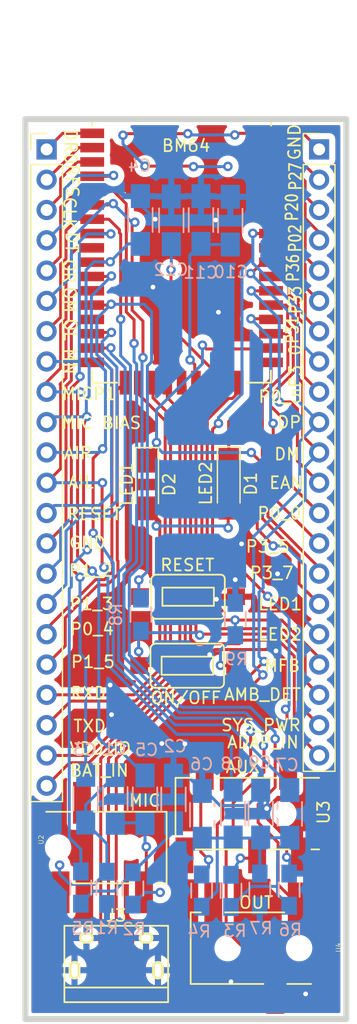
<source format=kicad_pcb>
(kicad_pcb (version 20200518) (host pcbnew "5.99.0-unknown-6083c08~88~ubuntu18.04.1")
  (layers (0 "F.Cu" signal) (31 "B.Cu" signal) (34 "B.Paste" user) (35 "F.Paste" user) (36 "B.SilkS" user) (37 "F.SilkS" user) (38 "B.Mask" user) (39 "F.Mask" user) (44 "Edge.Cuts" user))
  (net 0 "")
  (net 1 "Net-(C1-Pad2)")
  (net 2 "Net-(C1-Pad1)")
  (net 3 "Net-(C2-Pad1)")
  (net 4 "Net-(C6-Pad2)")
  (net 5 "Net-(C7-Pad1)")
  (net 6 "Net-(J1-Pad1)")
  (net 7 "Net-(J1-Pad2)")
  (net 8 "Net-(J1-Pad3)")
  (net 9 "Net-(J1-Pad4)")
  (net 10 "Net-(J1-Pad14)")
  (net 11 "Net-(J1-Pad15)")
  (net 12 "Net-(J1-Pad16)")
  (net 13 "Net-(J1-Pad17)")
  (net 14 "Net-(J1-Pad18)")
  (net 15 "Net-(J1-Pad19)")
  (net 16 "Net-(J1-Pad20)")
  (net 17 "Net-(J1-Pad21)")
  (net 18 "Net-(J1-Pad22)")
  (net 19 "Net-(J2-Pad2)")
  (net 20 "Net-(J2-Pad3)")
  (net 21 "Net-(J2-Pad4)")
  (net 22 "Net-(J2-Pad5)")
  (net 23 "Net-(J2-Pad6)")
  (net 24 "Net-(J2-Pad7)")
  (net 25 "/P3_0")
  (net 26 "Net-(J2-Pad9)")
  (net 27 "Net-(J2-Pad12)")
  (net 28 "Net-(J2-Pad13)")
  (net 29 "Net-(J2-Pad14)")
  (net 30 "Net-(J2-Pad15)")
  (net 31 "Net-(J2-Pad19)")
  (net 32 "Net-(R3-Pad1)")
  (net 33 "Net-(R4-Pad2)")
  (net 34 "GND")
  (net 35 "/MICN1")
  (net 36 "/MICBIAS")
  (net 37 "/MICP1")
  (net 38 "/AIR")
  (net 39 "/AIL")
  (net 40 "/5V")
  (net 41 "/SYS_PWR")
  (net 42 "/LED2")
  (net 43 "/LED1")
  (net 44 "/AOHPR")
  (net 45 "/AOHPM")
  (net 46 "/AOHPL")
  (net 47 "/~RST")
  (net 48 "Net-(J2-Pad1)")
  (net 49 "/DP")
  (net 50 "/DM")
  (net 51 "/MFB")
  (module "Resistors_SMD.pretty:R_0805_HandSoldering" (layer "B.Cu") (at 180.4416 128.0922 90)
    (fp_text reference "R7" (at -3.2296 0.1016 180) (layer "B.SilkS") (effects (justify mirror)))
    (fp_text value "10k")
    (pad "2" smd rect (at 1.35 0 90) (size 1.5 1.3) (layers "B.Cu" "B.Paste" "B.Mask") (net 4 "Net-(C6-Pad2)"))
    (pad "1" smd rect (at -1.35 0 90) (size 1.5 1.3) (layers "B.Cu" "B.Paste" "B.Mask") (net 34 "GND"))
  )
  (module "Capacitors_SMD.pretty:C_1206_HandSoldering" (layer "B.Cu") (at 180.5178 121.7168 90)
    (fp_text reference "C9" (at 4.2865 -0.0762 180) (layer "B.SilkS") (effects (justify mirror)))
    (fp_text value "470p")
    (pad "2" smd rect (at 2 0 90) (size 2 1.6) (layers "B.Cu" "B.Paste" "B.Mask") (net 34 "GND"))
    (pad "1" smd rect (at -2 0 90) (size 2 1.6) (layers "B.Cu" "B.Paste" "B.Mask") (net 5 "Net-(C7-Pad1)"))
  )
  (module "Connect.pretty:USB_Micro-B" (layer "F.Cu") (at 168.402 133.7056)
    (fp_text reference "J3" (at 0 -3.45) (layer "F.SilkS"))
    (fp_text value "USB_B_Micro")
    (pad "6" thru_hole oval (at 3.4991 1.13746 90) (size 1.55 1) (drill oval 1.15 0.5) (layers *.Cu *.Mask "F.SilkS") (net 34 "GND"))
    (pad "6" thru_hole oval (at -3.5009 1.13746 90) (size 1.55 1) (drill oval 1.15 0.5) (layers *.Cu *.Mask "F.SilkS") (net 34 "GND"))
    (pad "6" thru_hole oval (at 2.4991 -1.56254 90) (size 0.95 1.25) (drill oval 0.55 0.85) (layers *.Cu *.Mask "F.SilkS") (net 34 "GND"))
    (pad "6" thru_hole oval (at -2.5009 -1.56254 90) (size 0.95 1.25) (drill oval 0.55 0.85) (layers *.Cu *.Mask "F.SilkS") (net 34 "GND"))
    (pad "5" smd rect (at 1.2991 -1.56254 90) (size 1.35 0.4) (layers "F.Cu" "F.Paste" "F.Mask") (net 34 "GND"))
    (pad "4" smd rect (at 0.6491 -1.56254 90) (size 1.35 0.4) (layers "F.Cu" "F.Paste" "F.Mask"))
    (pad "3" smd rect (at -0.0009 -1.56254 90) (size 1.35 0.4) (layers "F.Cu" "F.Paste" "F.Mask") (net 49 "/DP"))
    (pad "2" smd rect (at -0.6509 -1.56254 90) (size 1.35 0.4) (layers "F.Cu" "F.Paste" "F.Mask") (net 50 "/DM"))
    (pad "1" smd rect (at -1.3009 -1.56254 90) (size 1.35 0.4) (layers "F.Cu" "F.Paste" "F.Mask") (net 40 "/5V"))
  )
  (module "Resistors_SMD.pretty:R_0805_HandSoldering" (layer "B.Cu") (at 169.799 127.9906 -90)
    (fp_text reference "R2" (at 3.4036 -0.0889 180) (layer "B.SilkS") (effects (justify mirror)))
    (fp_text value "1k")
    (pad "2" smd rect (at 1.35 0 270) (size 1.5 1.3) (layers "B.Cu" "B.Paste" "B.Mask") (net 1 "Net-(C1-Pad2)"))
    (pad "1" smd rect (at -1.35 0 270) (size 1.5 1.3) (layers "B.Cu" "B.Paste" "B.Mask") (net 3 "Net-(C2-Pad1)"))
  )
  (module "Capacitors_SMD.pretty:C_1206_HandSoldering" (layer "B.Cu") (at 173.2026 120.523 90)
    (fp_text reference "C2" (at 4.44958 0.13716 180) (layer "B.SilkS") (effects (justify mirror)))
    (fp_text value "1u")
    (pad "2" smd rect (at 2 0 90) (size 2 1.6) (layers "B.Cu" "B.Paste" "B.Mask") (net 34 "GND"))
    (pad "1" smd rect (at -2 0 90) (size 2 1.6) (layers "B.Cu" "B.Paste" "B.Mask") (net 3 "Net-(C2-Pad1)"))
  )
  (module "Capacitors_SMD.pretty:C_1206_HandSoldering" (layer "B.Cu") (at 168.3258 120.491 -90)
    (fp_text reference "C1" (at -4.22148 0.04064) (layer "B.SilkS") (effects (justify mirror)))
    (fp_text value "470p")
    (pad "2" smd rect (at 2 0 270) (size 2 1.6) (layers "B.Cu" "B.Paste" "B.Mask") (net 1 "Net-(C1-Pad2)"))
    (pad "1" smd rect (at -2 0 270) (size 2 1.6) (layers "B.Cu" "B.Paste" "B.Mask") (net 2 "Net-(C1-Pad1)"))
  )
  (module "bluetooth:BM64" (layer "F.Cu") (at 166.38524 85.59292)
    (fp_text reference "U1" hide)
    (fp_text value "BM64" hide)
    (fp_text user "BM64" (at 7.874 -19.8628 unlocked) (layer "F.SilkS"))
    (pad "43" smd rect (at 15 -20.9 180) (size 2 0.8) (layers "F.Cu" "F.Paste" "F.Mask") (net 48 "Net-(J2-Pad1)"))
    (pad "42" smd rect (at 15 -19.7 180) (size 2 0.8) (layers "F.Cu" "F.Paste" "F.Mask") (net 19 "Net-(J2-Pad2)"))
    (pad "41" smd rect (at 15 -18.5 180) (size 2 0.8) (layers "F.Cu" "F.Paste" "F.Mask") (net 20 "Net-(J2-Pad3)"))
    (pad "40" smd rect (at 15 -17.3 180) (size 2 0.8) (layers "F.Cu" "F.Paste" "F.Mask") (net 21 "Net-(J2-Pad4)"))
    (pad "39" smd rect (at 15 -16.1 180) (size 2 0.8) (layers "F.Cu" "F.Paste" "F.Mask") (net 22 "Net-(J2-Pad5)"))
    (pad "38" smd rect (at 15 -14.9 180) (size 2 0.8) (layers "F.Cu" "F.Paste" "F.Mask") (net 23 "Net-(J2-Pad6)"))
    (pad "37" smd rect (at 15 -13.7 180) (size 2 0.8) (layers "F.Cu" "F.Paste" "F.Mask") (net 24 "Net-(J2-Pad7)"))
    (pad "36" smd rect (at 15 -12.5 180) (size 2 0.8) (layers "F.Cu" "F.Paste" "F.Mask") (net 25 "/P3_0"))
    (pad "35" smd rect (at 15 -11.3 180) (size 2 0.8) (layers "F.Cu" "F.Paste" "F.Mask") (net 26 "Net-(J2-Pad9)"))
    (pad "34" smd rect (at 15 -10.1 180) (size 2 0.8) (layers "F.Cu" "F.Paste" "F.Mask") (net 49 "/DP"))
    (pad "33" smd rect (at 15 -8.9 180) (size 2 0.8) (layers "F.Cu" "F.Paste" "F.Mask") (net 50 "/DM"))
    (pad "32" smd rect (at 15 -7.7 180) (size 2 0.8) (layers "F.Cu" "F.Paste" "F.Mask") (net 27 "Net-(J2-Pad12)"))
    (pad "31" smd rect (at 15 -6.5 180) (size 2 0.8) (layers "F.Cu" "F.Paste" "F.Mask") (net 28 "Net-(J2-Pad13)"))
    (pad "30" smd rect (at 15 -5.3 180) (size 2 0.8) (layers "F.Cu" "F.Paste" "F.Mask") (net 29 "Net-(J2-Pad14)"))
    (pad "29" smd rect (at 15 -4.1 180) (size 2 0.8) (layers "F.Cu" "F.Paste" "F.Mask") (net 30 "Net-(J2-Pad15)"))
    (pad "28" smd rect (at 15 -2.9 180) (size 2 0.8) (layers "F.Cu" "F.Paste" "F.Mask") (net 43 "/LED1"))
    (pad "27" smd rect (at 15 -1.7 180) (size 2 0.8) (layers "F.Cu" "F.Paste" "F.Mask") (net 42 "/LED2"))
    (pad "26" smd rect (at 12.3 0 90) (size 2 0.8) (layers "F.Cu" "F.Paste" "F.Mask") (net 51 "/MFB"))
    (pad "25" smd rect (at 11.1 0 90) (size 2 0.8) (layers "F.Cu" "F.Paste" "F.Mask") (net 31 "Net-(J2-Pad19)"))
    (pad "24" smd rect (at 9.9 0 90) (size 2 0.8) (layers "F.Cu" "F.Paste" "F.Mask") (net 41 "/SYS_PWR"))
    (pad "23" smd rect (at 8.7 0 90) (size 2 0.8) (layers "F.Cu" "F.Paste" "F.Mask") (net 40 "/5V"))
    (pad "22" smd rect (at 7.5 0 90) (size 2 0.8) (layers "F.Cu" "F.Paste" "F.Mask") (net 18 "Net-(J1-Pad22)"))
    (pad "21" smd rect (at 6.3 0 90) (size 2 0.8) (layers "F.Cu" "F.Paste" "F.Mask") (net 17 "Net-(J1-Pad21)"))
    (pad "20" smd rect (at 5.1 0 90) (size 2 0.8) (layers "F.Cu" "F.Paste" "F.Mask") (net 16 "Net-(J1-Pad20)"))
    (pad "19" smd rect (at 3.9 0 90) (size 2 0.8) (layers "F.Cu" "F.Paste" "F.Mask") (net 15 "Net-(J1-Pad19)"))
    (pad "1" smd rect (at 0 -20.9) (size 2 0.8) (layers "F.Cu" "F.Paste" "F.Mask") (net 6 "Net-(J1-Pad1)"))
    (pad "2" smd rect (at 0 -19.7) (size 2 0.8) (layers "F.Cu" "F.Paste" "F.Mask") (net 7 "Net-(J1-Pad2)"))
    (pad "3" smd rect (at 0 -18.5) (size 2 0.8) (layers "F.Cu" "F.Paste" "F.Mask") (net 8 "Net-(J1-Pad3)"))
    (pad "4" smd rect (at 0 -17.3) (size 2 0.8) (layers "F.Cu" "F.Paste" "F.Mask") (net 9 "Net-(J1-Pad4)"))
    (pad "5" smd rect (at 0 -16.1) (size 2 0.8) (layers "F.Cu" "F.Paste" "F.Mask") (net 44 "/AOHPR"))
    (pad "6" smd rect (at 0 -14.9) (size 2 0.8) (layers "F.Cu" "F.Paste" "F.Mask") (net 45 "/AOHPM"))
    (pad "7" smd rect (at 0 -13.7) (size 2 0.8) (layers "F.Cu" "F.Paste" "F.Mask") (net 46 "/AOHPL"))
    (pad "8" smd rect (at 0 -12.5) (size 2 0.8) (layers "F.Cu" "F.Paste" "F.Mask") (net 35 "/MICN1"))
    (pad "9" smd rect (at 0 -11.3) (size 2 0.8) (layers "F.Cu" "F.Paste" "F.Mask") (net 37 "/MICP1"))
    (pad "10" smd rect (at 0 -10.1) (size 2 0.8) (layers "F.Cu" "F.Paste" "F.Mask") (net 36 "/MICBIAS"))
    (pad "11" smd rect (at 0 -8.9) (size 2 0.8) (layers "F.Cu" "F.Paste" "F.Mask") (net 38 "/AIR"))
    (pad "12" smd rect (at 0 -7.7) (size 2 0.8) (layers "F.Cu" "F.Paste" "F.Mask") (net 39 "/AIL"))
    (pad "13" smd rect (at 0 -6.5) (size 2 0.8) (layers "F.Cu" "F.Paste" "F.Mask") (net 47 "/~RST"))
    (pad "14" smd rect (at 0 -5.3) (size 2 0.8) (layers "F.Cu" "F.Paste" "F.Mask") (net 10 "Net-(J1-Pad14)"))
    (pad "15" smd rect (at 0 -4.1) (size 2 0.8) (layers "F.Cu" "F.Paste" "F.Mask") (net 11 "Net-(J1-Pad15)"))
    (pad "16" smd rect (at 0 -2.9) (size 2 0.8) (layers "F.Cu" "F.Paste" "F.Mask") (net 12 "Net-(J1-Pad16)"))
    (pad "17" smd rect (at 0 -1.7) (size 2 0.8) (layers "F.Cu" "F.Paste" "F.Mask") (net 13 "Net-(J1-Pad17)"))
    (pad "18" smd rect (at 2.7 0 90) (size 2 0.8) (layers "F.Cu" "F.Paste" "F.Mask") (net 14 "Net-(J1-Pad18)"))
  )
  (module "Capacitors_SMD.pretty:C_1206_HandSoldering" (layer "B.Cu") (at 173.01972 71.98716 90)
    (fp_text reference "C12" (at -4.13512 -0.0254 180) (layer "B.SilkS") (effects (justify mirror)))
    (fp_text value "100n")
    (pad "2" smd rect (at 2 0 90) (size 2 1.6) (layers "B.Cu" "B.Paste" "B.Mask") (net 34 "GND"))
    (pad "1" smd rect (at -2 0 90) (size 2 1.6) (layers "B.Cu" "B.Paste" "B.Mask") (net 41 "/SYS_PWR"))
  )
  (module "jacks:3.5mm_stereo_jack_PJ320B" (layer "F.Cu") (at 183.7436 132.9944 -90)
    (fp_text reference "U4" (at -0.05 -3.3 90) (layer "F.SilkS") (effects (font (size 0.39878 0.39878) (thickness 0.0508))))
    (fp_text value "PJ-320B" hide)
    (pad "" np_thru_hole circle (at 0 6 270) (size 1.2 1.2) (drill 1.2) (layers *.Cu *.Mask "F.SilkS"))
    (pad "2" smd rect (at -3.75 7.2 270) (size 3.5 1.5) (layers "F.Cu" "F.Paste" "F.Mask") (net 46 "/AOHPL"))
    (pad "3" smd rect (at 3.75 2 270) (size 3.5 1.5) (layers "F.Cu" "F.Paste" "F.Mask") (net 44 "/AOHPR"))
    (pad "1" smd rect (at -3.75 0.2 270) (size 3.5 1.5) (layers "F.Cu" "F.Paste" "F.Mask") (net 45 "/AOHPM"))
    (pad "" np_thru_hole circle (at 0 0 270) (size 1.2 1.2) (drill 1.2) (layers *.Cu *.Mask "F.SilkS"))
  )
  (module "jacks:PJ-327A" (layer "F.Cu") (at 185.42 121.7168 -90)
    (fp_text reference "U3" (at -0.11176 -0.37592 90) (layer "F.SilkS"))
    (fp_text value "PJ-327A")
    (pad "3" smd rect (at -3.5 2.6 270) (size 3 1.5) (layers "F.Cu" "F.Paste" "F.Mask") (net 25 "/P3_0"))
    (pad "2" smd rect (at -3.5 9.6 270) (size 3 1.5) (layers "F.Cu" "F.Paste" "F.Mask") (net 33 "Net-(R4-Pad2)"))
    (pad "6" smd rect (at 3.5 11.3 270) (size 3 1.5) (layers "F.Cu" "F.Paste" "F.Mask"))
    (pad "5" smd rect (at 3.5 5.2 270) (size 3 1.5) (layers "F.Cu" "F.Paste" "F.Mask") (net 32 "Net-(R3-Pad1)"))
    (pad "4" smd rect (at 3.5 1.6 270) (size 3 1.5) (layers "F.Cu" "F.Paste" "F.Mask") (net 34 "GND"))
    (pad "" np_thru_hole circle (at 0 9 270) (size 1.2 1.2) (drill 1.2) (layers *.Cu *.Mask "F.SilkS"))
    (pad "" np_thru_hole circle (at 0 3 270) (size 1.2 1.2) (drill 1.2) (layers *.Cu *.Mask "F.SilkS"))
  )
  (module "jacks:3.5mm_stereo_jack_PJ320B" (layer "F.Cu") (at 163.5252 124.5616 90)
    (fp_text reference "U2" (at 0.6604 -1.4224 90) (layer "F.SilkS") (effects (font (size 0.39878 0.39878) (thickness 0.0508))))
    (fp_text value "PJ-320B" hide)
    (pad "" np_thru_hole circle (at 0 6 90) (size 1.2 1.2) (drill 1.2) (layers *.Cu *.Mask "F.SilkS"))
    (pad "2" smd rect (at -3.75 7.2 90) (size 3.5 1.5) (layers "F.Cu" "F.Paste" "F.Mask") (net 1 "Net-(C1-Pad2)"))
    (pad "3" smd rect (at 3.75 2 90) (size 3.5 1.5) (layers "F.Cu" "F.Paste" "F.Mask"))
    (pad "1" smd rect (at -3.75 0.2 90) (size 3.5 1.5) (layers "F.Cu" "F.Paste" "F.Mask") (net 2 "Net-(C1-Pad1)"))
    (pad "" np_thru_hole circle (at 0 0 90) (size 1.2 1.2) (drill 1.2) (layers *.Cu *.Mask "F.SilkS"))
  )
  (module "modules:3x6x2.5mm_tact_switch" (layer "F.Cu") (at 173.73092 109.31652)
    (fp_text reference "SW2" hide)
    (fp_text value "SPST" hide)
    (pad "1" smd rect (at -3.4036 -0.0084) (size 1.5 1.4) (layers "F.Cu" "F.Paste" "F.Mask") (net 41 "/SYS_PWR"))
    (pad "2" smd rect (at 4.65 0) (size 1.5 1.4) (layers "F.Cu" "F.Paste" "F.Mask") (net 51 "/MFB"))
  )
  (module "modules:3x6x2.5mm_tact_switch" (layer "F.Cu") (at 173.79696 103.53548)
    (fp_text reference "SW1" hide)
    (fp_text value "SPST" hide)
    (pad "1" smd rect (at -3.4036 -0.0084) (size 1.5 1.4) (layers "F.Cu" "F.Paste" "F.Mask") (net 47 "/~RST"))
    (pad "2" smd rect (at 4.65 0) (size 1.5 1.4) (layers "F.Cu" "F.Paste" "F.Mask") (net 34 "GND"))
  )
  (module "Resistors_SMD.pretty:R_0805_HandSoldering" (layer "B.Cu") (at 178.38928 105.4062 90)
    (fp_text reference "R9" (at -3.35564 0.0856 180) (layer "B.SilkS") (effects (justify mirror)))
    (fp_text value "1k")
    (pad "2" smd rect (at 1.35 0 90) (size 1.5 1.3) (layers "B.Cu" "B.Paste" "B.Mask") (net 34 "GND"))
    (pad "1" smd rect (at -1.35 0 90) (size 1.5 1.3) (layers "B.Cu" "B.Paste" "B.Mask") (net 51 "/MFB"))
  )
  (module "Resistors_SMD.pretty:R_0805_HandSoldering" (layer "B.Cu") (at 170.4721 105.0417 -90)
    (fp_text reference "R8" (at 0 2.1 90) (layer "B.SilkS") (effects (justify mirror)))
    (fp_text value "10k")
    (pad "2" smd rect (at 1.35 0 270) (size 1.5 1.3) (layers "B.Cu" "B.Paste" "B.Mask") (net 41 "/SYS_PWR"))
    (pad "1" smd rect (at -1.35 0 270) (size 1.5 1.3) (layers "B.Cu" "B.Paste" "B.Mask") (net 47 "/~RST"))
  )
  (module "Resistors_SMD.pretty:R_0805_HandSoldering" (layer "B.Cu") (at 182.9054 128.0922 -90)
    (fp_text reference "R6" (at 3.3782 -0.1016 180) (layer "B.SilkS") (effects (justify mirror)))
    (fp_text value "10k")
    (pad "2" smd rect (at 1.35 0 270) (size 1.5 1.3) (layers "B.Cu" "B.Paste" "B.Mask") (net 5 "Net-(C7-Pad1)"))
    (pad "1" smd rect (at -1.35 0 270) (size 1.5 1.3) (layers "B.Cu" "B.Paste" "B.Mask") (net 34 "GND"))
  )
  (module "Resistors_SMD.pretty:R_0805_HandSoldering" (layer "B.Cu") (at 165.4302 127.9144 90)
    (fp_text reference "R5" (at -3.41584 0.17876 180) (layer "B.SilkS") (effects (justify mirror)))
    (fp_text value "1k")
    (pad "2" smd rect (at 1.35 0 90) (size 1.5 1.3) (layers "B.Cu" "B.Paste" "B.Mask") (net 36 "/MICBIAS"))
    (pad "1" smd rect (at -1.35 0 90) (size 1.5 1.3) (layers "B.Cu" "B.Paste" "B.Mask") (net 3 "Net-(C2-Pad1)"))
  )
  (module "Resistors_SMD.pretty:R_0805_HandSoldering" (layer "B.Cu") (at 175.5648 128.1684 90)
    (fp_text reference "R4" (at -3.429 -0.2032 180) (layer "B.SilkS") (effects (justify mirror)))
    (fp_text value "1k")
    (pad "2" smd rect (at 1.35 0 90) (size 1.5 1.3) (layers "B.Cu" "B.Paste" "B.Mask") (net 33 "Net-(R4-Pad2)"))
    (pad "1" smd rect (at -1.35 0 90) (size 1.5 1.3) (layers "B.Cu" "B.Paste" "B.Mask") (net 4 "Net-(C6-Pad2)"))
  )
  (module "Resistors_SMD.pretty:R_0805_HandSoldering" (layer "B.Cu") (at 178.0286 128.1938 -90)
    (fp_text reference "R3" (at 3.3528 -0.3302 180) (layer "B.SilkS") (effects (justify mirror)))
    (fp_text value "1k")
    (pad "2" smd rect (at 1.35 0 270) (size 1.5 1.3) (layers "B.Cu" "B.Paste" "B.Mask") (net 5 "Net-(C7-Pad1)"))
    (pad "1" smd rect (at -1.35 0 270) (size 1.5 1.3) (layers "B.Cu" "B.Paste" "B.Mask") (net 32 "Net-(R3-Pad1)"))
  )
  (module "Resistors_SMD.pretty:R_0805_HandSoldering" (layer "B.Cu") (at 167.6146 127.9398 90)
    (fp_text reference "R1" (at -3.3528 0 180) (layer "B.SilkS") (effects (justify mirror)))
    (fp_text value "2k")
    (pad "2" smd rect (at 1.35 0 90) (size 1.5 1.3) (layers "B.Cu" "B.Paste" "B.Mask") (net 2 "Net-(C1-Pad1)"))
    (pad "1" smd rect (at -1.35 0 90) (size 1.5 1.3) (layers "B.Cu" "B.Paste" "B.Mask") (net 34 "GND"))
  )
  (module "Pin_Headers:Pin_Header_Straight_1x21_Pitch2.54mm" (layer "F.Cu") (at 185.42 66.04)
    (fp_text reference "J2" hide)
    (fp_text value "Conn_01x22_Male" hide)
    (pad "1" thru_hole rect (at 0 0) (size 1.7 1.7) (drill 1) (layers *.Cu *.Mask) (net 48 "Net-(J2-Pad1)"))
    (pad "2" thru_hole oval (at 0 2.54) (size 1.7 1.7) (drill 1) (layers *.Cu *.Mask) (net 19 "Net-(J2-Pad2)"))
    (pad "3" thru_hole oval (at 0 5.08) (size 1.7 1.7) (drill 1) (layers *.Cu *.Mask) (net 20 "Net-(J2-Pad3)"))
    (pad "4" thru_hole oval (at 0 7.62) (size 1.7 1.7) (drill 1) (layers *.Cu *.Mask) (net 21 "Net-(J2-Pad4)"))
    (pad "5" thru_hole oval (at 0 10.16) (size 1.7 1.7) (drill 1) (layers *.Cu *.Mask) (net 22 "Net-(J2-Pad5)"))
    (pad "6" thru_hole oval (at 0 12.7) (size 1.7 1.7) (drill 1) (layers *.Cu *.Mask) (net 23 "Net-(J2-Pad6)"))
    (pad "7" thru_hole oval (at 0 15.24) (size 1.7 1.7) (drill 1) (layers *.Cu *.Mask) (net 24 "Net-(J2-Pad7)"))
    (pad "8" thru_hole oval (at 0 17.78) (size 1.7 1.7) (drill 1) (layers *.Cu *.Mask) (net 25 "/P3_0"))
    (pad "9" thru_hole oval (at 0 20.32) (size 1.7 1.7) (drill 1) (layers *.Cu *.Mask) (net 26 "Net-(J2-Pad9)"))
    (pad "10" thru_hole oval (at 0 22.86) (size 1.7 1.7) (drill 1) (layers *.Cu *.Mask) (net 49 "/DP"))
    (pad "11" thru_hole oval (at 0 25.4) (size 1.7 1.7) (drill 1) (layers *.Cu *.Mask) (net 50 "/DM"))
    (pad "12" thru_hole oval (at 0 27.94) (size 1.7 1.7) (drill 1) (layers *.Cu *.Mask) (net 27 "Net-(J2-Pad12)"))
    (pad "13" thru_hole oval (at 0 30.48) (size 1.7 1.7) (drill 1) (layers *.Cu *.Mask) (net 28 "Net-(J2-Pad13)"))
    (pad "14" thru_hole oval (at 0 33.02) (size 1.7 1.7) (drill 1) (layers *.Cu *.Mask) (net 29 "Net-(J2-Pad14)"))
    (pad "15" thru_hole oval (at 0 35.56) (size 1.7 1.7) (drill 1) (layers *.Cu *.Mask) (net 30 "Net-(J2-Pad15)"))
    (pad "16" thru_hole oval (at 0 38.1) (size 1.7 1.7) (drill 1) (layers *.Cu *.Mask) (net 43 "/LED1"))
    (pad "17" thru_hole oval (at 0 40.64) (size 1.7 1.7) (drill 1) (layers *.Cu *.Mask) (net 42 "/LED2"))
    (pad "18" thru_hole oval (at 0 43.18) (size 1.7 1.7) (drill 1) (layers *.Cu *.Mask) (net 51 "/MFB"))
    (pad "19" thru_hole oval (at 0 45.72) (size 1.7 1.7) (drill 1) (layers *.Cu *.Mask) (net 31 "Net-(J2-Pad19)"))
    (pad "20" thru_hole oval (at 0 48.26) (size 1.7 1.7) (drill 1) (layers *.Cu *.Mask) (net 41 "/SYS_PWR"))
    (pad "21" thru_hole oval (at 0 50.8) (size 1.7 1.7) (drill 1) (layers *.Cu *.Mask) (net 40 "/5V"))
  )
  (module "Pin_Headers:Pin_Header_Straight_1x22_Pitch2.54mm" (layer "F.Cu") (at 162.56 66.04)
    (fp_text reference "J1" hide)
    (fp_text value "Conn_01x22_Male" hide)
    (pad "1" thru_hole rect (at 0 0) (size 1.7 1.7) (drill 1) (layers *.Cu *.Mask) (net 6 "Net-(J1-Pad1)"))
    (pad "2" thru_hole oval (at 0 2.54) (size 1.7 1.7) (drill 1) (layers *.Cu *.Mask) (net 7 "Net-(J1-Pad2)"))
    (pad "3" thru_hole oval (at 0 5.08) (size 1.7 1.7) (drill 1) (layers *.Cu *.Mask) (net 8 "Net-(J1-Pad3)"))
    (pad "4" thru_hole oval (at 0 7.62) (size 1.7 1.7) (drill 1) (layers *.Cu *.Mask) (net 9 "Net-(J1-Pad4)"))
    (pad "5" thru_hole oval (at 0 10.16) (size 1.7 1.7) (drill 1) (layers *.Cu *.Mask) (net 44 "/AOHPR"))
    (pad "6" thru_hole oval (at 0 12.7) (size 1.7 1.7) (drill 1) (layers *.Cu *.Mask) (net 45 "/AOHPM"))
    (pad "7" thru_hole oval (at 0 15.24) (size 1.7 1.7) (drill 1) (layers *.Cu *.Mask) (net 46 "/AOHPL"))
    (pad "8" thru_hole oval (at 0 17.78) (size 1.7 1.7) (drill 1) (layers *.Cu *.Mask) (net 35 "/MICN1"))
    (pad "9" thru_hole oval (at 0 20.32) (size 1.7 1.7) (drill 1) (layers *.Cu *.Mask) (net 37 "/MICP1"))
    (pad "10" thru_hole oval (at 0 22.86) (size 1.7 1.7) (drill 1) (layers *.Cu *.Mask) (net 36 "/MICBIAS"))
    (pad "11" thru_hole oval (at 0 25.4) (size 1.7 1.7) (drill 1) (layers *.Cu *.Mask) (net 38 "/AIR"))
    (pad "12" thru_hole oval (at 0 27.94) (size 1.7 1.7) (drill 1) (layers *.Cu *.Mask) (net 39 "/AIL"))
    (pad "13" thru_hole oval (at 0 30.48) (size 1.7 1.7) (drill 1) (layers *.Cu *.Mask) (net 47 "/~RST"))
    (pad "14" thru_hole oval (at 0 33.02) (size 1.7 1.7) (drill 1) (layers *.Cu *.Mask) (net 10 "Net-(J1-Pad14)"))
    (pad "15" thru_hole oval (at 0 35.56) (size 1.7 1.7) (drill 1) (layers *.Cu *.Mask) (net 11 "Net-(J1-Pad15)"))
    (pad "16" thru_hole oval (at 0 38.1) (size 1.7 1.7) (drill 1) (layers *.Cu *.Mask) (net 12 "Net-(J1-Pad16)"))
    (pad "17" thru_hole oval (at 0 40.64) (size 1.7 1.7) (drill 1) (layers *.Cu *.Mask) (net 13 "Net-(J1-Pad17)"))
    (pad "18" thru_hole oval (at 0 43.18) (size 1.7 1.7) (drill 1) (layers *.Cu *.Mask) (net 14 "Net-(J1-Pad18)"))
    (pad "19" thru_hole oval (at 0 45.72) (size 1.7 1.7) (drill 1) (layers *.Cu *.Mask) (net 15 "Net-(J1-Pad19)"))
    (pad "20" thru_hole oval (at 0 48.26) (size 1.7 1.7) (drill 1) (layers *.Cu *.Mask) (net 16 "Net-(J1-Pad20)"))
    (pad "21" thru_hole oval (at 0 50.8) (size 1.7 1.7) (drill 1) (layers *.Cu *.Mask) (net 17 "Net-(J1-Pad21)"))
    (pad "22" thru_hole oval (at 0 53.34) (size 1.7 1.7) (drill 1) (layers *.Cu *.Mask) (net 18 "Net-(J1-Pad22)"))
  )
  (module "LEDs:LED_1206_HandSoldering" (layer "F.Cu") (at 170.9928 94.1324 -90)
    (fp_text reference "D2" (at 0 -1.85 90) (layer "F.SilkS"))
    (fp_text value "LED")
    (pad "1" smd rect (at -2 0 270) (size 2 1.7) (layers "F.Cu" "F.Paste" "F.Mask") (net 43 "/LED1"))
    (pad "2" smd rect (at 2 0 270) (size 2 1.7) (layers "F.Cu" "F.Paste" "F.Mask") (net 41 "/SYS_PWR"))
  )
  (module "LEDs:LED_1206_HandSoldering" (layer "F.Cu") (at 177.83556 94.06788 -90)
    (fp_text reference "D1" (at 0 -1.85 90) (layer "F.SilkS"))
    (fp_text value "LED")
    (pad "1" smd rect (at -2 0 270) (size 2 1.7) (layers "F.Cu" "F.Paste" "F.Mask") (net 42 "/LED2"))
    (pad "2" smd rect (at 2 0 270) (size 2 1.7) (layers "F.Cu" "F.Paste" "F.Mask") (net 41 "/SYS_PWR"))
  )
  (module "Capacitors_SMD.pretty:C_1206_HandSoldering" (layer "B.Cu") (at 175.50892 71.95668 90)
    (fp_text reference "C11" (at -4.40284 -0.0254 180) (layer "B.SilkS") (effects (justify mirror)))
    (fp_text value "1u")
    (pad "2" smd rect (at 2 0 90) (size 2 1.6) (layers "B.Cu" "B.Paste" "B.Mask") (net 34 "GND"))
    (pad "1" smd rect (at -2 0 90) (size 2 1.6) (layers "B.Cu" "B.Paste" "B.Mask") (net 40 "/5V"))
  )
  (module "Capacitors_SMD.pretty:C_1206_HandSoldering" (layer "B.Cu") (at 177.96764 72.01408 90)
    (fp_text reference "C10" (at -4.2992 0.0508 180) (layer "B.SilkS") (effects (justify mirror)))
    (fp_text value "100n")
    (pad "2" smd rect (at 2 0 90) (size 2 1.6) (layers "B.Cu" "B.Paste" "B.Mask") (net 34 "GND"))
    (pad "1" smd rect (at -2 0 90) (size 2 1.6) (layers "B.Cu" "B.Paste" "B.Mask") (net 40 "/5V"))
  )
  (module "Capacitors_SMD.pretty:C_1206_HandSoldering" (layer "B.Cu") (at 178.2064 121.7168 90)
    (fp_text reference "C8" (at 4.17932 -0.09144 180) (layer "B.SilkS") (effects (justify mirror)))
    (fp_text value "10u")
    (pad "2" smd rect (at 2 0 90) (size 2 1.6) (layers "B.Cu" "B.Paste" "B.Mask") (net 39 "/AIL"))
    (pad "1" smd rect (at -2 0 90) (size 2 1.6) (layers "B.Cu" "B.Paste" "B.Mask") (net 4 "Net-(C6-Pad2)"))
  )
  (module "Capacitors_SMD.pretty:C_1206_HandSoldering" (layer "B.Cu") (at 182.9562 121.7422 90)
    (fp_text reference "C7" (at 4.11124 -0.22352 180) (layer "B.SilkS") (effects (justify mirror)))
    (fp_text value "10u")
    (pad "2" smd rect (at 2 0 90) (size 2 1.6) (layers "B.Cu" "B.Paste" "B.Mask") (net 38 "/AIR"))
    (pad "1" smd rect (at -2 0 90) (size 2 1.6) (layers "B.Cu" "B.Paste" "B.Mask") (net 5 "Net-(C7-Pad1)"))
  )
  (module "Capacitors_SMD.pretty:C_1206_HandSoldering" (layer "B.Cu") (at 175.6156 121.8184 -90)
    (fp_text reference "C6" (at -4.2418 0.0508 180) (layer "B.SilkS") (effects (justify mirror)))
    (fp_text value "470p")
    (pad "2" smd rect (at 2 0 270) (size 2 1.6) (layers "B.Cu" "B.Paste" "B.Mask") (net 4 "Net-(C6-Pad2)"))
    (pad "1" smd rect (at -2 0 270) (size 2 1.6) (layers "B.Cu" "B.Paste" "B.Mask") (net 34 "GND"))
  )
  (module "Capacitors_SMD.pretty:C_1206_HandSoldering" (layer "B.Cu") (at 170.815 120.5164 90)
    (fp_text reference "C5" (at 4.1468 0.127) (layer "B.SilkS") (effects (justify mirror)))
    (fp_text value "4u7")
    (pad "2" smd rect (at 2 0 90) (size 2 1.6) (layers "B.Cu" "B.Paste" "B.Mask") (net 37 "/MICP1"))
    (pad "1" smd rect (at -2 0 90) (size 2 1.6) (layers "B.Cu" "B.Paste" "B.Mask") (net 1 "Net-(C1-Pad2)"))
  )
  (module "Capacitors_SMD.pretty:C_1206_HandSoldering" (layer "B.Cu") (at 170.42892 71.95668 90)
    (fp_text reference "C4" (at 4.5532 -0.05588 180) (layer "B.SilkS") (effects (justify mirror)))
    (fp_text value "1u")
    (pad "2" smd rect (at 2 0 90) (size 2 1.6) (layers "B.Cu" "B.Paste" "B.Mask") (net 34 "GND"))
    (pad "1" smd rect (at -2 0 90) (size 2 1.6) (layers "B.Cu" "B.Paste" "B.Mask") (net 36 "/MICBIAS"))
  )
  (module "Capacitors_SMD.pretty:C_1206_HandSoldering" (layer "B.Cu") (at 165.8366 120.4656 90)
    (fp_text reference "C3" (at 4.1148 -0.0762 180) (layer "B.SilkS") (effects (justify mirror)))
    (fp_text value "4u7")
    (pad "2" smd rect (at 2 0 90) (size 2 1.6) (layers "B.Cu" "B.Paste" "B.Mask") (net 35 "/MICN1"))
    (pad "1" smd rect (at -2 0 90) (size 2 1.6) (layers "B.Cu" "B.Paste" "B.Mask") (net 2 "Net-(C1-Pad1)"))
  )
  (gr_text "GND" (at 183.35752 65.42024 90) (layer "F.SilkS") (effects (font (size 1 1))))
  (gr_text "P27" (at 183.4388 68.30568 90) (layer "F.SilkS") (effects (font (size 1 0.8))))
  (gr_text "P20" (at 183.13908 70.88632 90) (layer "F.SilkS") (effects (font (size 1 0.8))))
  (gr_text "P02" (at 183.4134 73.49236 90) (layer "F.SilkS") (effects (font (size 1 0.8))))
  (gr_text "P36" (at 183.22544 75.97648 90) (layer "F.SilkS") (effects (font (size 1 0.8))))
  (gr_text "P33" (at 183.4388 78.65364 90) (layer "F.SilkS") (effects (font (size 1 0.8))))
  (gr_text "P31" (at 183.1848 81.153 90) (layer "F.SilkS") (effects (font (size 1 0.8))))
  (gr_text "P3_0" (at 183.42864 84.21116 90) (layer "F.SilkS") (effects (font (size 1 1))))
  (gr_text "P0_5" (at 182.1688 86.77148) (layer "F.SilkS") (effects (font (size 1 1))))
  (gr_text "DP" (at 182.92064 88.92032) (layer "F.SilkS") (effects (font (size 1 1))))
  (gr_text "DM" (at 182.73268 91.58732) (layer "F.SilkS") (effects (font (size 1 1))))
  (gr_text "EAN" (at 182.64632 93.98508) (layer "F.SilkS") (effects (font (size 1 1))))
  (gr_text "P0_0" (at 182.08244 96.5454) (layer "F.SilkS") (effects (font (size 1 1))))
  (gr_text "P3_5" (at 181.102 99.32924) (layer "F.SilkS") (effects (font (size 1 1))))
  (gr_text "P3_7" (at 181.44236 101.53904) (layer "F.SilkS") (effects (font (size 1 1))))
  (gr_text "LED1" (at 169.27576 94.09176 90) (layer "F.SilkS") (effects (font (size 1 1))))
  (gr_text "LED1" (at 182.14848 104.16032) (layer "F.SilkS") (effects (font (size 1 1))))
  (gr_text "LED2" (at 175.91024 94.0308 90) (layer "F.SilkS") (effects (font (size 1 1))))
  (gr_text "LED2" (at 182.13832 106.69524) (layer "F.SilkS") (effects (font (size 1 1))))
  (gr_text "MFB" (at 182.31612 109.3216) (layer "F.SilkS") (effects (font (size 1 1))))
  (gr_text "RESET" (at 174.36592 100.87864) (layer "F.SilkS") (effects (font (size 1 1))))
  (gr_text "ON/OFF" (at 174.244 112.014) (layer "F.SilkS") (effects (font (size 1 1))))
  (gr_text "AMB_DET" (at 180.67528 111.73968) (layer "F.SilkS") (effects (font (size 1 1))))
  (gr_text "SYS_PWR" (at 180.53812 114.3) (layer "F.SilkS") (effects (font (size 1 1))))
  (gr_text "ADAP_IN" (at 180.71084 115.73256) (layer "F.SilkS") (effects (font (size 1 1))))
  (gr_text "OUT" (at 180.14188 129.16916) (layer "F.SilkS") (effects (font (size 1 1))))
  (gr_text "AUX" (at 179.0192 117.8052) (layer "F.SilkS") (effects (font (size 1 1))))
  (gr_text "MIC" (at 170.7896 120.6246) (layer "F.SilkS") (effects (font (size 1 1))))
  (gr_text "BAT_IN" (at 166.98468 118.11) (layer "F.SilkS") (effects (font (size 1 1))))
  (gr_text "VDD_IO" (at 167.07104 116.26088) (layer "F.SilkS") (effects (font (size 1 1))))
  (gr_text "TXD" (at 166.17188 114.3762) (layer "F.SilkS") (effects (font (size 1 1))))
  (gr_text "RXD" (at 166.0652 111.62792) (layer "F.SilkS") (effects (font (size 1 1))))
  (gr_text "P1_5" (at 166.4462 108.99648) (layer "F.SilkS") (effects (font (size 1 1))))
  (gr_text "P0_4" (at 166.35984 106.2482) (layer "F.SilkS") (effects (font (size 1 1))))
  (gr_text "P1_3" (at 166.32428 104.14) (layer "F.SilkS") (effects (font (size 1 1))))
  (gr_text "P1_2" (at 166.27348 101.34092) (layer "F.SilkS") (effects (font (size 1 1))))
  (gr_text "GND" (at 165.97884 99.02444) (layer "F.SilkS") (effects (font (size 1 1))))
  (gr_text "RESET" (at 166.56812 96.60128) (layer "F.SilkS") (effects (font (size 1 1))))
  (gr_text "AIL" (at 165.44544 93.93936) (layer "F.SilkS") (effects (font (size 1 1))))
  (gr_text "AIR" (at 165.18636 91.50096) (layer "F.SilkS") (effects (font (size 1 1))))
  (gr_text "MIC BIAS" (at 167.1574 88.96096) (layer "F.SilkS") (effects (font (size 1 1))))
  (gr_text "MICP1" (at 166.13632 86.5378) (layer "F.SilkS") (effects (font (size 1 1))))
  (gr_text "MN" (at 164.54628 83.80984 270) (layer "F.SilkS") (effects (font (size 1 1))))
  (gr_text "OL" (at 164.54628 81.153 270) (layer "F.SilkS") (effects (font (size 1 1))))
  (gr_text "OM" (at 164.48532 78.64856 270) (layer "F.SilkS") (effects (font (size 1 1))))
  (gr_text "OR" (at 164.44468 76.26604 270) (layer "F.SilkS") (effects (font (size 1 1))))
  (gr_text "DT" (at 164.67328 73.82256 270) (layer "F.SilkS") (effects (font (size 1 1))))
  (gr_text "CLK" (at 164.48532 71.41972 270) (layer "F.SilkS") (effects (font (size 1 1))))
  (gr_text "RFS" (at 164.71392 68.66128 270) (layer "F.SilkS") (effects (font (size 1 1))))
  (gr_text "DR0" (at 164.5666 65.81648 270) (layer "F.SilkS") (effects (font (size 1 1))))
  (gr_line (start 160.782 138.938) (end 160.782 63.5) (layer "Edge.Cuts") (width 0.5))
  (gr_line (start 187.706 63.5) (end 187.706 138.938) (layer "Edge.Cuts") (width 0.5))
  (gr_line (start 160.782 63.5) (end 187.706 63.5) (layer "Edge.Cuts") (width 0.5))
  (gr_line (start 187.706 138.938) (end 160.782 138.938) (layer "Edge.Cuts") (width 0.5))
  (segment (start 181.29504 107.96524) (end 181.68874 107.96524) (width 0.25) (layer "F.Cu") (net 34))
  (via (at 181.8005 108.077) (size 0.8) (drill 0.4) (layers "F.Cu" "B.Cu") (net 34))
  (segment (start 181.68874 107.96524) (end 181.8005 108.077) (width 0.25) (layer "F.Cu") (net 34))
  (segment (start 181.0258 121.9708) (end 182.7022 123.6472) (width 0.25) (layer "F.Cu") (net 34))
  (segment (start 181.0258 121.285) (end 181.0258 121.9708) (width 0.25) (layer "F.Cu") (net 34))
  (segment (start 182.7022 123.6472) (end 182.7022 125.3744) (width 0.25) (layer "F.Cu") (net 34))
  (segment (start 182.9562 123.7422) (end 180.967809 123.7422) (width 0.25) (layer "B.Cu") (net 5))
  (segment (start 184.28716 136.8298) (end 180.64988 133.18744) (width 0.25) (layer "B.Cu") (net 34))
  (via (at 184.28716 136.8298) (size 0.8) (drill 0.4) (layers "F.Cu" "B.Cu") (net 34))
  (segment (start 180.64988 133.18744) (end 178.0286 135.80872) (width 0.25) (layer "B.Cu") (net 34))
  (segment (start 171.9011 134.84306) (end 177.06294 134.84306) (width 0.25) (layer "B.Cu") (net 34))
  (via (at 178.0286 135.80872) (size 0.8) (drill 0.4) (layers "F.Cu" "B.Cu") (net 34))
  (segment (start 177.06294 134.84306) (end 178.0286 135.80872) (width 0.25) (layer "B.Cu") (net 34))
  (segment (start 177.96764 70.01408) (end 177.96764 71.9582) (width 0.25) (layer "B.Cu") (net 34))
  (segment (start 177.96764 71.9582) (end 176.73828 71.9582) (width 0.25) (layer "B.Cu") (net 34))
  (segment (start 181.352359 88.799839) (end 181.352359 81.885959) (width 0.25) (layer "B.Cu") (net 29))
  (segment (start 181.5592 89.00668) (end 181.352359 88.799839) (width 0.25) (layer "B.Cu") (net 29))
  (segment (start 181.352359 81.885959) (end 179.705 80.2386) (width 0.25) (layer "B.Cu") (net 29))
  (segment (start 179.8574 75.58024) (end 184.1754 79.89824) (width 0.25) (layer "B.Cu") (net 25))
  (segment (start 179.8574 73.0758) (end 179.8574 75.58024) (width 0.25) (layer "B.Cu") (net 25))
  (segment (start 184.1754 82.5754) (end 185.42 83.82) (width 0.25) (layer "B.Cu") (net 25))
  (segment (start 184.1754 79.89824) (end 184.1754 82.5754) (width 0.25) (layer "B.Cu") (net 25))
  (segment (start 183.6166 80.38846) (end 183.6166 87.0966) (width 0.25) (layer "B.Cu") (net 49))
  (segment (start 179.67198 76.44384) (end 183.6166 80.38846) (width 0.25) (layer "B.Cu") (net 49))
  (segment (start 183.6166 87.0966) (end 185.42 88.9) (width 0.25) (layer "B.Cu") (net 49))
  (segment (start 166.671159 102.106561) (end 167.416501 102.106561) (width 0.25) (layer "F.Cu") (net 13))
  (segment (start 167.416501 102.106561) (end 168.095761 101.427301) (width 0.25) (layer "F.Cu") (net 13))
  (segment (start 168.03624 100.671778) (end 168.03624 84.53628) (width 0.25) (layer "F.Cu") (net 13))
  (segment (start 168.095761 100.731299) (end 168.03624 100.671778) (width 0.25) (layer "F.Cu") (net 13))
  (segment (start 168.095761 101.427301) (end 168.095761 100.731299) (width 0.25) (layer "F.Cu") (net 13))
  (segment (start 162.56 106.21772) (end 166.671159 102.106561) (width 0.25) (layer "F.Cu") (net 13))
  (segment (start 162.56 106.68) (end 162.56 106.21772) (width 0.25) (layer "F.Cu") (net 13))
  (segment (start 168.03624 84.53628) (end 167.39288 83.89292) (width 0.25) (layer "F.Cu") (net 13))
  (segment (start 167.39288 83.89292) (end 166.38524 83.89292) (width 0.25) (layer "F.Cu") (net 13))
  (segment (start 162.56 109.22) (end 163.17468 108.60532) (width 0.25) (layer "F.Cu") (net 14))
  (segment (start 168.545771 101.654349) (end 167.643549 102.556571) (width 0.25) (layer "F.Cu") (net 14))
  (segment (start 167.643549 102.556571) (end 166.857559 102.556571) (width 0.25) (layer "F.Cu") (net 14))
  (segment (start 166.857559 102.556571) (end 164.12464 105.28949) (width 0.25) (layer "F.Cu") (net 14))
  (segment (start 168.545771 101.654349) (end 168.545771 100.544899) (width 0.25) (layer "F.Cu") (net 14))
  (segment (start 164.12464 105.28949) (end 164.12464 107.65536) (width 0.25) (layer "F.Cu") (net 14))
  (segment (start 164.12464 107.65536) (end 163.17468 108.60532) (width 0.25) (layer "F.Cu") (net 14))
  (segment (start 168.48625 86.19191) (end 169.08524 85.59292) (width 0.25) (layer "F.Cu") (net 14))
  (segment (start 168.545771 100.544899) (end 168.48625 100.485378) (width 0.25) (layer "F.Cu") (net 14))
  (segment (start 168.48625 100.485378) (end 168.48625 86.19191) (width 0.25) (layer "F.Cu") (net 14))
  (segment (start 167.21328 94.01302) (end 167.21328 100.92182) (width 0.25) (layer "F.Cu") (net 39))
  (segment (start 167.24376 93.98254) (end 167.21328 94.01302) (width 0.25) (layer "F.Cu") (net 39))
  (segment (start 167.21328 100.92182) (end 167.37076 101.0793) (width 0.25) (layer "F.Cu") (net 39))
  (segment (start 166.46144 98.20656) (end 166.46144 91.93784) (width 0.25) (layer "F.Cu") (net 38))
  (segment (start 166.46144 91.93784) (end 167.26154 91.13774) (width 0.25) (layer "F.Cu") (net 38))
  (segment (start 166.46144 98.20656) (end 168.14707 100.69991) (width 0.25) (layer "B.Cu") (net 38))
  (segment (start 168.14707 100.69991) (end 168.14707 109.09348) (width 0.25) (layer "B.Cu") (net 38))
  (segment (start 168.14707 109.09348) (end 173.33327 114.27968) (width 0.25) (layer "B.Cu") (net 38))
  (segment (start 173.33327 114.27968) (end 177.8508 114.27968) (width 0.25) (layer "B.Cu") (net 38))
  (segment (start 177.8508 114.27968) (end 182.9562 119.38508) (width 0.25) (layer "B.Cu") (net 38))
  (segment (start 182.9562 119.38508) (end 182.9562 119.7422) (width 0.25) (layer "B.Cu") (net 38))
  (via (at 166.46144 98.20656) (size 0.8) (drill 0.4) (layers "F.Cu" "B.Cu") (net 38))
  (segment (start 167.88892 110.93704) (end 167.88892 113.30432) (width 0.25) (layer "B.Cu") (net 34))
  (via (at 168.00576 113.42116) (size 0.8) (drill 0.4) (layers "F.Cu" "B.Cu") (net 34))
  (segment (start 167.88892 113.30432) (end 168.00576 113.42116) (width 0.25) (layer "B.Cu") (net 34))
  (segment (start 171.48524 86.8753) (end 172.95521 88.34527) (width 0.25) (layer "F.Cu") (net 16))
  (segment (start 170.01377 112.28324) (end 164.57676 112.28324) (width 0.25) (layer "F.Cu") (net 16))
  (segment (start 164.57676 112.28324) (end 162.56 114.3) (width 0.25) (layer "F.Cu") (net 16))
  (segment (start 171.48524 85.59292) (end 171.48524 86.8753) (width 0.25) (layer "F.Cu") (net 16))
  (segment (start 172.95521 88.34527) (end 172.95521 109.3418) (width 0.25) (layer "F.Cu") (net 16))
  (segment (start 172.95521 109.3418) (end 170.01377 112.28324) (width 0.25) (layer "F.Cu") (net 16))
  (segment (start 172.22216 115.83924) (end 172.22216 115.27028) (width 0.25) (layer "B.Cu") (net 34))
  (via (at 167.88892 110.93704) (size 0.8) (drill 0.4) (layers "F.Cu" "B.Cu") (net 34))
  (segment (start 172.22216 115.27028) (end 167.88892 110.93704) (width 0.25) (layer "B.Cu") (net 34))
  (segment (start 174.13224 115.83924) (end 174.16272 115.86972) (width 0.25) (layer "F.Cu") (net 34))
  (via (at 172.22216 115.83924) (size 0.8) (drill 0.4) (layers "F.Cu" "B.Cu") (net 34))
  (via (at 174.16272 115.86972) (size 0.8) (drill 0.4) (layers "F.Cu" "B.Cu") (net 34))
  (segment (start 172.22216 115.83924) (end 174.13224 115.83924) (width 0.25) (layer "F.Cu") (net 34))
  (segment (start 173.2026 116.81968) (end 172.22216 115.83924) (width 0.25) (layer "B.Cu") (net 34))
  (segment (start 173.2026 118.523) (end 173.2026 116.81968) (width 0.25) (layer "B.Cu") (net 34))
  (segment (start 170.815 118.5164) (end 168.43756 116.13896) (width 0.25) (layer "B.Cu") (net 37))
  (segment (start 168.43756 116.13896) (end 167.68064 116.13896) (width 0.25) (layer "B.Cu") (net 37))
  (segment (start 166.93896 108.61548) (end 166.93896 107.88904) (width 0.25) (layer "B.Cu") (net 37))
  (segment (start 167.68064 116.13896) (end 166.93896 115.39728) (width 0.25) (layer "B.Cu") (net 37))
  (segment (start 166.93896 115.39728) (end 166.93896 108.61548) (width 0.25) (layer "B.Cu") (net 37))
  (segment (start 165.8366 122.4656) (end 165.8366 120.9802) (width 0.25) (layer "B.Cu") (net 2))
  (segment (start 165.8366 120.9802) (end 168.3258 118.491) (width 0.25) (layer "B.Cu") (net 2))
  (segment (start 172.055191 97.194791) (end 172.055191 108.564009) (width 0.25) (layer "F.Cu") (net 41))
  (segment (start 172.055191 108.564009) (end 171.31108 109.30812) (width 0.25) (layer "F.Cu") (net 41))
  (segment (start 170.9928 96.1324) (end 172.055191 97.194791) (width 0.25) (layer "F.Cu") (net 41))
  (segment (start 171.31108 109.30812) (end 170.32732 109.30812) (width 0.25) (layer "F.Cu") (net 41))
  (segment (start 181.42204 101.61524) (end 181.93004 101.61524) (width 0.25) (layer "F.Cu") (net 34))
  (via (at 181.93004 101.61524) (size 0.8) (drill 0.4) (layers "F.Cu" "B.Cu") (net 34))
  (segment (start 178.91252 99.10572) (end 181.42204 101.61524) (width 0.25) (layer "F.Cu") (net 34))
  (segment (start 178.3842 99.63404) (end 178.91252 99.10572) (width 0.25) (layer "B.Cu") (net 34))
  (via (at 178.91252 99.10572) (size 0.8) (drill 0.4) (layers "F.Cu" "B.Cu") (net 34))
  (segment (start 178.3842 102.108) (end 178.3842 99.63404) (width 0.25) (layer "B.Cu") (net 34))
  (segment (start 182.60568 99.27844) (end 184.244999 100.917759) (width 0.25) (layer "B.Cu") (net 42))
  (segment (start 181.56428 99.27844) (end 182.60568 99.27844) (width 0.25) (layer "B.Cu") (net 42))
  (segment (start 184.244999 100.917759) (end 184.244999 105.504999) (width 0.25) (layer "B.Cu") (net 42))
  (segment (start 184.244999 105.504999) (end 185.42 106.68) (width 0.25) (layer "B.Cu") (net 42))
  (segment (start 179.929025 109.317025) (end 179.929025 98.480375) (width 0.25) (layer "B.Cu") (net 49))
  (segment (start 180.700253 110.088253) (end 179.929025 109.317025) (width 0.25) (layer "B.Cu") (net 49))
  (segment (start 179.929025 98.480375) (end 183.794989 94.614411) (width 0.25) (layer "B.Cu") (net 49))
  (segment (start 183.794989 94.614411) (end 183.794989 90.525011) (width 0.25) (layer "B.Cu") (net 49))
  (segment (start 183.794989 90.525011) (end 185.42 88.9) (width 0.25) (layer "B.Cu") (net 49))
  (segment (start 184.244999 95.388681) (end 184.244999 92.615001) (width 0.25) (layer "B.Cu") (net 50))
  (segment (start 180.7972 108.966) (end 180.379034 108.547834) (width 0.25) (layer "B.Cu") (net 50))
  (segment (start 180.379034 108.547834) (end 180.379034 103.150868) (width 0.25) (layer "B.Cu") (net 50))
  (segment (start 180.73116 98.90252) (end 184.244999 95.388681) (width 0.25) (layer "B.Cu") (net 50))
  (segment (start 180.73116 102.798742) (end 180.73116 98.90252) (width 0.25) (layer "B.Cu") (net 50))
  (segment (start 180.379034 103.150868) (end 180.73116 102.798742) (width 0.25) (layer "B.Cu") (net 50))
  (segment (start 184.244999 92.615001) (end 185.42 91.44) (width 0.25) (layer "B.Cu") (net 50))
  (segment (start 175.9458 82.76844) (end 181.30972 82.76844) (width 0.25) (layer "F.Cu") (net 43))
  (segment (start 175.63084 82.45348) (end 175.9458 82.76844) (width 0.25) (layer "F.Cu") (net 43))
  (segment (start 181.30972 82.76844) (end 181.38524 82.69292) (width 0.25) (layer "F.Cu") (net 43))
  (segment (start 174.40148 64.72428) (end 169.09288 64.72428) (width 0.25) (layer "F.Cu") (net 48))
  (segment (start 178.4816 64.69292) (end 178.34356 64.83096) (width 0.25) (layer "F.Cu") (net 48))
  (segment (start 181.38524 64.69292) (end 178.4816 64.69292) (width 0.25) (layer "F.Cu") (net 48))
  (via (at 178.34356 64.83096) (size 0.8) (drill 0.4) (layers "F.Cu" "B.Cu") (net 48))
  (via (at 170.815 67.44208) (size 0.8) (drill 0.4) (layers "F.Cu" "B.Cu") (net 48))
  (segment (start 168.96588 65.59296) (end 170.815 67.44208) (width 0.25) (layer "B.Cu") (net 48))
  (via (at 174.40148 64.72428) (size 0.8) (drill 0.4) (layers "F.Cu" "B.Cu") (net 48))
  (segment (start 168.96588 64.85128) (end 168.96588 65.59296) (width 0.25) (layer "B.Cu") (net 48))
  (via (at 168.96588 64.85128) (size 0.8) (drill 0.4) (layers "F.Cu" "B.Cu") (net 48))
  (via (at 177.76444 67.46748) (size 0.8) (drill 0.4) (layers "F.Cu" "B.Cu") (net 48))
  (segment (start 174.50816 64.83096) (end 174.40148 64.72428) (width 0.25) (layer "B.Cu") (net 48))
  (segment (start 177.74412 67.4878) (end 177.76444 67.46748) (width 0.25) (layer "B.Cu") (net 48))
  (via (at 174.879 67.4878) (size 0.8) (drill 0.4) (layers "F.Cu" "B.Cu") (net 48))
  (segment (start 170.815 67.44208) (end 174.83328 67.44208) (width 0.25) (layer "F.Cu") (net 48))
  (segment (start 174.879 67.4878) (end 177.74412 67.4878) (width 0.25) (layer "B.Cu") (net 48))
  (segment (start 174.83328 67.44208) (end 174.879 67.4878) (width 0.25) (layer "F.Cu") (net 48))
  (segment (start 178.34356 64.83096) (end 174.50816 64.83096) (width 0.25) (layer "B.Cu") (net 48))
  (segment (start 169.09288 64.72428) (end 168.96588 64.85128) (width 0.25) (layer "F.Cu") (net 48))
  (segment (start 167.58412 70.5866) (end 164.6428 73.52792) (width 0.25) (layer "B.Cu") (net 45))
  (segment (start 164.6428 73.52792) (end 164.6428 76.6572) (width 0.25) (layer "B.Cu") (net 45))
  (segment (start 168.148 70.5866) (end 167.58412 70.5866) (width 0.25) (layer "B.Cu") (net 45))
  (segment (start 164.6428 76.6572) (end 162.56 78.74) (width 0.25) (layer "B.Cu") (net 45))
  (segment (start 171.66844 77.3938) (end 171.48048 77.58176) (width 0.25) (layer "F.Cu") (net 34))
  (via (at 171.48048 77.58176) (size 0.8) (drill 0.4) (layers "F.Cu" "B.Cu") (net 34))
  (segment (start 170.42892 70.65264) (end 171.66844 71.89216) (width 0.25) (layer "B.Cu") (net 34))
  (via (at 171.66844 71.89216) (size 0.8) (drill 0.4) (layers "F.Cu" "B.Cu") (net 34))
  (segment (start 171.66844 71.89216) (end 171.66844 77.3938) (width 0.25) (layer "F.Cu") (net 34))
  (segment (start 170.42892 69.95668) (end 170.42892 70.65264) (width 0.25) (layer "B.Cu") (net 34))
  (via (at 176.97704 79.68996) (size 0.8) (drill 0.4) (layers "F.Cu" "B.Cu") (net 34))
  (segment (start 176.73828 79.4512) (end 176.97704 79.68996) (width 0.25) (layer "F.Cu") (net 34))
  (segment (start 176.73828 71.9582) (end 176.73828 79.4512) (width 0.25) (layer "F.Cu") (net 34))
  (via (at 176.73828 71.9582) (size 0.8) (drill 0.4) (layers "F.Cu" "B.Cu") (net 34))
  (segment (start 183.79499 77.7514) (end 184.244999 78.201409) (width 0.25) (layer "F.Cu") (net 24))
  (segment (start 183.794989 75.847809) (end 183.79499 77.7514) (width 0.25) (layer "F.Cu") (net 24))
  (segment (start 183.34498 72.83381) (end 183.34498 75.3978) (width 0.25) (layer "F.Cu") (net 24))
  (segment (start 184.244999 78.201409) (end 184.244999 80.104999) (width 0.25) (layer "F.Cu") (net 24))
  (segment (start 183.34498 75.3978) (end 183.794989 75.847809) (width 0.25) (layer "F.Cu") (net 24))
  (segment (start 181.38524 71.89292) (end 182.40409 71.89292) (width 0.25) (layer "F.Cu") (net 24))
  (segment (start 182.40409 71.89292) (end 183.34498 72.83381) (width 0.25) (layer "F.Cu") (net 24))
  (segment (start 184.244999 80.104999) (end 185.42 81.28) (width 0.25) (layer "F.Cu") (net 24))
  (segment (start 183.79499 75.2114) (end 184.244999 75.661409) (width 0.25) (layer "F.Cu") (net 23))
  (segment (start 183.79499 72.64741) (end 183.79499 75.2114) (width 0.25) (layer "F.Cu") (net 23))
  (segment (start 183.344981 72.197401) (end 183.79499 72.64741) (width 0.25) (layer "F.Cu") (net 23))
  (segment (start 181.38524 70.69292) (end 183.08369 70.69292) (width 0.25) (layer "F.Cu") (net 23))
  (segment (start 183.34498 70.95421) (end 183.344981 72.197401) (width 0.25) (layer "F.Cu") (net 23))
  (segment (start 183.08369 70.69292) (end 183.34498 70.95421) (width 0.25) (layer "F.Cu") (net 23))
  (segment (start 184.244999 75.661409) (end 184.244999 77.564999) (width 0.25) (layer "F.Cu") (net 23))
  (segment (start 184.244999 77.564999) (end 185.42 78.74) (width 0.25) (layer "F.Cu") (net 23))
  (segment (start 182.5201 69.49292) (end 183.794989 70.767809) (width 0.25) (layer "F.Cu") (net 22))
  (segment (start 181.38524 69.49292) (end 182.5201 69.49292) (width 0.25) (layer "F.Cu") (net 22))
  (segment (start 183.794989 70.767809) (end 183.79499 72.011) (width 0.25) (layer "F.Cu") (net 22))
  (segment (start 184.244999 75.024999) (end 185.42 76.2) (width 0.25) (layer "F.Cu") (net 22))
  (segment (start 183.79499 72.011) (end 184.244999 72.461009) (width 0.25) (layer "F.Cu") (net 22))
  (segment (start 184.244999 72.461009) (end 184.244999 75.024999) (width 0.25) (layer "F.Cu") (net 22))
  (segment (start 183.794989 69.088589) (end 182.99932 68.29292) (width 0.25) (layer "F.Cu") (net 21))
  (segment (start 183.794989 70.131399) (end 183.794989 69.088589) (width 0.25) (layer "F.Cu") (net 21))
  (segment (start 184.244999 70.581409) (end 183.794989 70.131399) (width 0.25) (layer "F.Cu") (net 21))
  (segment (start 184.244999 71.824599) (end 184.244999 70.581409) (width 0.25) (layer "F.Cu") (net 21))
  (segment (start 185.42 73.66) (end 185.42 72.9996) (width 0.25) (layer "F.Cu") (net 21))
  (segment (start 185.42 72.9996) (end 184.244999 71.824599) (width 0.25) (layer "F.Cu") (net 21))
  (segment (start 182.99932 68.29292) (end 181.38524 68.29292) (width 0.25) (layer "F.Cu") (net 21))
  (segment (start 175.067521 84.577481) (end 171.7802 87.864802) (width 0.25) (layer "B.Cu") (net 43))
  (segment (start 175.63084 82.45348) (end 175.63084 84.014162) (width 0.25) (layer "B.Cu") (net 43))
  (segment (start 175.63084 84.014162) (end 175.067521 84.577481) (width 0.25) (layer "B.Cu") (net 43))
  (segment (start 171.7802 87.864802) (end 171.7802 90.60688) (width 0.25) (layer "B.Cu") (net 43))
  (via (at 175.63084 82.45348) (size 0.8) (drill 0.4) (layers "F.Cu" "B.Cu") (net 43))
  (segment (start 172.99432 81.01076) (end 176.28524 84.30168) (width 0.25) (layer "F.Cu") (net 41))
  (segment (start 172.99432 76.11872) (end 172.99432 81.01076) (width 0.25) (layer "F.Cu") (net 41))
  (segment (start 176.28524 84.30168) (end 176.28524 85.59292) (width 0.25) (layer "F.Cu") (net 41))
  (segment (start 174.5742 83.66252) (end 174.5742 74.8914) (width 0.25) (layer "B.Cu") (net 40))
  (segment (start 174.59452 83.68284) (end 174.5742 83.66252) (width 0.25) (layer "B.Cu") (net 40))
  (segment (start 174.5742 74.8914) (end 175.50892 73.95668) (width 0.25) (layer "B.Cu") (net 40))
  (segment (start 174.99076 84.07908) (end 174.99076 85.49844) (width 0.25) (layer "F.Cu") (net 40))
  (segment (start 174.59452 83.68284) (end 174.99076 84.07908) (width 0.25) (layer "F.Cu") (net 40))
  (segment (start 174.99076 85.49844) (end 175.08524 85.59292) (width 0.25) (layer "F.Cu") (net 40))
  (via (at 174.59452 83.68284) (size 0.8) (drill 0.4) (layers "F.Cu" "B.Cu") (net 40))
  (segment (start 176.97704 88.50884) (end 178.946979 86.538901) (width 0.25) (layer "B.Cu") (net 25))
  (segment (start 178.946979 86.538901) (end 178.946979 76.095839) (width 0.25) (layer "B.Cu") (net 25))
  (segment (start 179.8574 75.185418) (end 179.8574 73.0758) (width 0.25) (layer "B.Cu") (net 25))
  (segment (start 176.97704 89.00668) (end 176.97704 88.50884) (width 0.25) (layer "B.Cu") (net 25))
  (segment (start 178.946979 76.095839) (end 179.8574 75.185418) (width 0.25) (layer "B.Cu") (net 25))
  (segment (start 176.483061 89.500659) (end 176.483061 98.877895) (width 0.25) (layer "F.Cu") (net 25))
  (segment (start 176.97704 89.00668) (end 176.483061 89.500659) (width 0.25) (layer "F.Cu") (net 25))
  (segment (start 176.483061 98.877895) (end 181.104035 103.498869) (width 0.25) (layer "F.Cu") (net 25))
  (via (at 176.97704 89.00668) (size 0.8) (drill 0.4) (layers "F.Cu" "B.Cu") (net 25))
  (segment (start 178.145241 86.917921) (end 178.68524 86.377922) (width 0.25) (layer "F.Cu") (net 51))
  (segment (start 177.826279 86.917921) (end 178.145241 86.917921) (width 0.25) (layer "F.Cu") (net 51))
  (segment (start 176.033051 104.613331) (end 176.033051 88.711149) (width 0.25) (layer "F.Cu") (net 51))
  (segment (start 176.911601 105.491881) (end 176.033051 104.613331) (width 0.25) (layer "F.Cu") (net 51))
  (segment (start 176.033051 88.711149) (end 177.826279 86.917921) (width 0.25) (layer "F.Cu") (net 51))
  (segment (start 178.368359 105.491881) (end 176.911601 105.491881) (width 0.25) (layer "F.Cu") (net 51))
  (segment (start 178.68524 86.377922) (end 178.68524 85.59292) (width 0.25) (layer "F.Cu") (net 51))
  (segment (start 182.345762 106.216882) (end 184.244999 108.116119) (width 0.25) (layer "F.Cu") (net 31))
  (segment (start 177.48524 85.59292) (end 177.48524 86.309) (width 0.25) (layer "F.Cu") (net 31))
  (segment (start 177.48524 86.309) (end 175.583041 88.211199) (width 0.25) (layer "F.Cu") (net 31))
  (segment (start 176.651082 106.216882) (end 182.345762 106.216882) (width 0.25) (layer "F.Cu") (net 31))
  (segment (start 175.583041 105.148841) (end 176.651082 106.216882) (width 0.25) (layer "F.Cu") (net 31))
  (segment (start 175.583041 88.211199) (end 175.583041 105.148841) (width 0.25) (layer "F.Cu") (net 31))
  (segment (start 184.244999 108.116119) (end 184.244999 110.584999) (width 0.25) (layer "F.Cu") (net 31))
  (segment (start 184.244999 110.584999) (end 185.42 111.76) (width 0.25) (layer "F.Cu") (net 31))
  (segment (start 181.5753 95.2153) (end 185.42 99.06) (width 0.25) (layer "F.Cu") (net 29))
  (segment (start 181.5753 90.4147) (end 181.5753 95.2153) (width 0.25) (layer "F.Cu") (net 29))
  (via (at 181.5592 89.00668) (size 0.8) (drill 0.4) (layers "F.Cu" "B.Cu") (net 29))
  (segment (start 181.5592 89.00668) (end 181.5753 90.4147) (width 0.25) (layer "F.Cu") (net 29))
  (segment (start 183.24998 84.78098) (end 181.352359 86.678601) (width 0.25) (layer "F.Cu") (net 28))
  (segment (start 182.779376 80.758596) (end 183.24998 81.2292) (width 0.25) (layer "F.Cu") (net 28))
  (segment (start 183.24998 81.2292) (end 183.24998 84.78098) (width 0.25) (layer "F.Cu") (net 28))
  (segment (start 182.779375 79.237055) (end 182.779376 80.758596) (width 0.25) (layer "F.Cu") (net 28))
  (segment (start 182.63524 79.09292) (end 182.779375 79.237055) (width 0.25) (layer "F.Cu") (net 28))
  (segment (start 181.38524 79.09292) (end 182.63524 79.09292) (width 0.25) (layer "F.Cu") (net 28))
  (segment (start 181.352359 86.678601) (end 181.352359 87.556361) (width 0.25) (layer "F.Cu") (net 28))
  (segment (start 181.352359 87.556361) (end 183.04764 89.251642) (width 0.25) (layer "F.Cu") (net 28))
  (segment (start 183.04764 89.251642) (end 183.04764 94.14764) (width 0.25) (layer "F.Cu") (net 28))
  (segment (start 183.04764 94.14764) (end 185.42 96.52) (width 0.25) (layer "F.Cu") (net 28))
  (segment (start 183.01208 87.20836) (end 183.59839 87.79467) (width 0.25) (layer "F.Cu") (net 27))
  (segment (start 182.07736 87.20836) (end 183.01208 87.20836) (width 0.25) (layer "F.Cu") (net 27))
  (segment (start 183.59839 87.79467) (end 183.59839 92.15839) (width 0.25) (layer "F.Cu") (net 27))
  (segment (start 183.59839 92.15839) (end 185.42 93.98) (width 0.25) (layer "F.Cu") (net 27))
  (segment (start 182.07228 80.24368) (end 179.7304 77.9018) (width 0.25) (layer "B.Cu") (net 27))
  (segment (start 182.07736 87.20836) (end 182.07228 80.24368) (width 0.25) (layer "B.Cu") (net 27))
  (via (at 182.07736 87.20836) (size 0.8) (drill 0.4) (layers "F.Cu" "B.Cu") (net 27))
  (segment (start 182.90032 112.67948) (end 182.90032 105.295154) (width 0.25) (layer "B.Cu") (net 25))
  (segment (start 182.60568 112.97412) (end 182.90032 112.67948) (width 0.25) (layer "B.Cu") (net 25))
  (segment (start 182.90032 105.295154) (end 181.104035 103.498869) (width 0.25) (layer "B.Cu") (net 25))
  (segment (start 181.73192 119.505878) (end 180.300799 120.936999) (width 0.25) (layer "F.Cu") (net 45))
  (segment (start 181.73192 115.45824) (end 181.73192 119.505878) (width 0.25) (layer "F.Cu") (net 45))
  (segment (start 180.300799 122.462597) (end 181.890601 124.052399) (width 0.25) (layer "F.Cu") (net 45))
  (segment (start 180.300799 120.936999) (end 180.300799 122.462597) (width 0.25) (layer "F.Cu") (net 45))
  (segment (start 181.73192 115.45824) (end 181.73192 114.892555) (width 0.25) (layer "B.Cu") (net 45))
  (segment (start 181.73192 114.892555) (end 179.644985 112.80562) (width 0.25) (layer "B.Cu") (net 45))
  (segment (start 171.853299 110.772501) (end 169.497099 108.416301) (width 0.25) (layer "B.Cu") (net 45))
  (segment (start 179.644985 112.80562) (end 173.886418 112.80562) (width 0.25) (layer "B.Cu") (net 45))
  (segment (start 173.886418 112.80562) (end 171.853299 110.772501) (width 0.25) (layer "B.Cu") (net 45))
  (via (at 181.73192 115.45824) (size 0.8) (drill 0.4) (layers "F.Cu" "B.Cu") (net 45))
  (segment (start 180.7464 116.01196) (end 180.7464 114.75071) (width 0.25) (layer "B.Cu") (net 44))
  (segment (start 180.7464 114.75071) (end 179.25132 113.25563) (width 0.25) (layer "B.Cu") (net 44))
  (segment (start 179.25132 113.25563) (end 173.700018 113.25563) (width 0.25) (layer "B.Cu") (net 44))
  (segment (start 173.700018 113.25563) (end 172.356788 111.9124) (width 0.25) (layer "B.Cu") (net 44))
  (segment (start 180.790799 118.243401) (end 180.790799 116.056359) (width 0.25) (layer "F.Cu") (net 44))
  (segment (start 180.790799 116.056359) (end 180.7464 116.01196) (width 0.25) (layer "F.Cu") (net 44))
  (segment (start 177.618601 123.523799) (end 177.618601 131.500399) (width 0.25) (layer "F.Cu") (net 44))
  (segment (start 170.11142 100.606868) (end 170.11142 84.037022) (width 0.25) (layer "B.Cu") (net 44))
  (segment (start 178.2064 122.936) (end 177.618601 123.523799) (width 0.25) (layer "F.Cu") (net 44))
  (segment (start 178.2064 120.8278) (end 178.2064 122.936) (width 0.25) (layer "F.Cu") (net 44))
  (segment (start 180.790799 118.243401) (end 178.2064 120.8278) (width 0.25) (layer "F.Cu") (net 44))
  (segment (start 181.7436 135.625398) (end 181.7436 136.7444) (width 0.25) (layer "F.Cu") (net 44))
  (segment (start 177.618601 131.500399) (end 181.7436 135.625398) (width 0.25) (layer "F.Cu") (net 44))
  (segment (start 169.89552 83.821122) (end 169.89552 82.30108) (width 0.25) (layer "B.Cu") (net 44))
  (segment (start 170.11142 84.037022) (end 169.89552 83.821122) (width 0.25) (layer "B.Cu") (net 44))
  (segment (start 172.356788 111.9124) (end 169.047089 108.602701) (width 0.25) (layer "B.Cu") (net 44))
  (segment (start 169.047089 108.602701) (end 169.047089 101.671199) (width 0.25) (layer "B.Cu") (net 44))
  (segment (start 169.047089 101.671199) (end 170.11142 100.606868) (width 0.25) (layer "B.Cu") (net 44))
  (via (at 180.7464 116.01196) (size 0.8) (drill 0.4) (layers "F.Cu" "B.Cu") (net 44))
  (segment (start 168.59708 101.484798) (end 169.5958 100.486078) (width 0.25) (layer "B.Cu") (net 46))
  (segment (start 168.59708 108.90708) (end 168.59708 101.484798) (width 0.25) (layer "B.Cu") (net 46))
  (segment (start 173.39564 113.70564) (end 168.59708 108.90708) (width 0.25) (layer "B.Cu") (net 46))
  (segment (start 179.06492 113.70564) (end 173.39564 113.70564) (width 0.25) (layer "B.Cu") (net 46))
  (segment (start 179.67452 114.8334) (end 179.67452 114.31524) (width 0.25) (layer "B.Cu") (net 46))
  (segment (start 179.67452 114.31524) (end 179.06492 113.70564) (width 0.25) (layer "B.Cu") (net 46))
  (segment (start 169.5958 100.486078) (end 169.5958 84.157812) (width 0.25) (layer "B.Cu") (net 46))
  (segment (start 169.5958 84.157812) (end 168.77284 83.334852) (width 0.25) (layer "B.Cu") (net 46))
  (segment (start 168.77284 83.334852) (end 168.77284 80.27416) (width 0.25) (layer "B.Cu") (net 46))
  (segment (start 177.345001 122.160801) (end 176.874001 122.631801) (width 0.25) (layer "F.Cu") (net 46))
  (segment (start 177.345001 120.647799) (end 177.345001 122.160801) (width 0.25) (layer "F.Cu") (net 46))
  (segment (start 176.874001 122.631801) (end 176.874001 128.913999) (width 0.25) (layer "F.Cu") (net 46))
  (segment (start 179.6796 118.3132) (end 177.345001 120.647799) (width 0.25) (layer "F.Cu") (net 46))
  (segment (start 179.67452 114.8334) (end 179.6796 118.3132) (width 0.25) (layer "F.Cu") (net 46))
  (via (at 179.67452 114.8334) (size 0.8) (drill 0.4) (layers "F.Cu" "B.Cu") (net 46))
  (segment (start 176.874001 128.913999) (end 176.5436 129.2444) (width 0.25) (layer "F.Cu") (net 46))
  (segment (start 178.054 115.405422) (end 177.720738 115.07216) (width 0.25) (layer "B.Cu") (net 39))
  (segment (start 178.054 119.7676) (end 178.054 115.405422) (width 0.25) (layer "B.Cu") (net 39))
  (segment (start 177.720738 115.07216) (end 173.48934 115.07216) (width 0.25) (layer "B.Cu") (net 39))
  (segment (start 167.69706 101.4056) (end 167.37076 101.0793) (width 0.25) (layer "B.Cu") (net 39))
  (segment (start 173.48934 115.07216) (end 167.69706 109.27988) (width 0.25) (layer "B.Cu") (net 39))
  (segment (start 167.69706 109.27988) (end 167.69706 101.4056) (width 0.25) (layer "B.Cu") (net 39))
  (segment (start 179.950096 110.83841) (end 174.66775 110.83841) (width 0.25) (layer "F.Cu") (net 49))
  (segment (start 180.700253 110.088253) (end 179.950096 110.83841) (width 0.25) (layer "F.Cu") (net 49))
  (segment (start 174.66775 110.83841) (end 168.4011 117.10506) (width 0.25) (layer "F.Cu") (net 49))
  (segment (start 168.4011 117.10506) (end 168.4011 120.0395) (width 0.25) (layer "F.Cu") (net 49))
  (segment (start 179.3748 110.3884) (end 174.45425 110.3884) (width 0.25) (layer "F.Cu") (net 50))
  (segment (start 174.45425 110.3884) (end 167.7511 117.09155) (width 0.25) (layer "F.Cu") (net 50))
  (segment (start 179.3748 110.3884) (end 174.46752 110.3884) (width 0.25) (layer "F.Cu") (net 50))
  (segment (start 180.7972 108.966) (end 179.3748 110.3884) (width 0.25) (layer "F.Cu") (net 50))
  (segment (start 174.46752 110.3884) (end 174.06112 110.7948) (width 0.25) (layer "F.Cu") (net 50))
  (segment (start 173.8995 110.94315) (end 167.7511 117.09155) (width 0.25) (layer "F.Cu") (net 50))
  (segment (start 167.7511 117.09155) (end 167.7511 132.14306) (width 0.25) (layer "F.Cu") (net 50))
  (segment (start 174.637268 109.568972) (end 167.1011 117.10514) (width 0.25) (layer "F.Cu") (net 40))
  (segment (start 174.63727 104.78727) (end 174.637268 109.568972) (width 0.25) (layer "F.Cu") (net 40))
  (segment (start 167.1011 117.10514) (end 167.1011 132.14306) (width 0.25) (layer "F.Cu") (net 40))
  (segment (start 174.18726 85.89494) (end 174.187259 109.382571) (width 0.25) (layer "F.Cu") (net 18))
  (segment (start 173.88524 85.59292) (end 174.18726 85.89494) (width 0.25) (layer "F.Cu") (net 18))
  (segment (start 174.187259 109.382571) (end 166.12023 117.4496) (width 0.25) (layer "F.Cu") (net 18))
  (segment (start 166.12023 117.4496) (end 164.4904 117.4496) (width 0.25) (layer "F.Cu") (net 18))
  (segment (start 164.4904 117.4496) (end 162.56 119.38) (width 0.25) (layer "F.Cu") (net 18))
  (segment (start 166.09342 116.84) (end 173.73725 109.19617) (width 0.25) (layer "F.Cu") (net 17))
  (segment (start 172.68524 86.85196) (end 172.68524 85.59292) (width 0.25) (layer "F.Cu") (net 17))
  (segment (start 162.56 116.84) (end 166.09342 116.84) (width 0.25) (layer "F.Cu") (net 17))
  (segment (start 173.73725 109.19617) (end 173.73725 87.90397) (width 0.25) (layer "F.Cu") (net 17))
  (segment (start 173.73725 87.90397) (end 172.68524 86.85196) (width 0.25) (layer "F.Cu") (net 17))
  (segment (start 170.28524 86.56176) (end 172.505201 88.781721) (width 0.25) (layer "F.Cu") (net 15))
  (segment (start 170.28524 85.59292) (end 170.28524 86.56176) (width 0.25) (layer "F.Cu") (net 15))
  (segment (start 172.505201 109.155399) (end 169.9006 111.76) (width 0.25) (layer "F.Cu") (net 15))
  (segment (start 172.505201 88.781721) (end 172.505201 109.155399) (width 0.25) (layer "F.Cu") (net 15))
  (segment (start 169.9006 111.76) (end 162.56 111.76) (width 0.25) (layer "F.Cu") (net 15))
  (segment (start 178.44696 103.53548) (end 177.01768 103.53548) (width 0.25) (layer "F.Cu") (net 34))
  (segment (start 176.61636 106.84764) (end 176.61636 107.13212) (width 0.25) (layer "B.Cu") (net 34))
  (via (at 176.24044 108.38688) (size 0.8) (drill 0.4) (layers "F.Cu" "B.Cu") (net 34))
  (segment (start 176.61636 107.13212) (end 176.24044 107.50804) (width 0.25) (layer "B.Cu") (net 34))
  (segment (start 176.80432 103.74884) (end 176.80432 106.65968) (width 0.25) (layer "B.Cu") (net 34))
  (segment (start 176.66208 107.96524) (end 181.29504 107.96524) (width 0.25) (layer "F.Cu") (net 34))
  (segment (start 176.24044 108.38688) (end 176.66208 107.96524) (width 0.25) (layer "F.Cu") (net 34))
  (segment (start 176.80432 106.65968) (end 176.61636 106.84764) (width 0.25) (layer "B.Cu") (net 34))
  (segment (start 177.01768 103.53548) (end 176.80432 103.74884) (width 0.25) (layer "F.Cu") (net 34))
  (segment (start 176.24044 107.50804) (end 176.24044 108.38688) (width 0.25) (layer "B.Cu") (net 34))
  (via (at 176.80432 103.74884) (size 0.8) (drill 0.4) (layers "F.Cu" "B.Cu") (net 34))
  (segment (start 175.486468 106.666892) (end 182.135372 106.666892) (width 0.25) (layer "F.Cu") (net 41))
  (segment (start 183.794989 108.326509) (end 183.794989 112.674989) (width 0.25) (layer "F.Cu") (net 41))
  (segment (start 175.40224 106.75112) (end 175.486468 106.666892) (width 0.25) (layer "F.Cu") (net 41))
  (segment (start 182.135372 106.666892) (end 183.794989 108.326509) (width 0.25) (layer "F.Cu") (net 41))
  (segment (start 183.794989 112.674989) (end 185.42 114.3) (width 0.25) (layer "F.Cu") (net 41))
  (segment (start 179.033302 107.17276) (end 181.991 107.17276) (width 0.25) (layer "F.Cu") (net 40))
  (segment (start 175.054239 107.476121) (end 178.729941 107.476121) (width 0.25) (layer "F.Cu") (net 40))
  (segment (start 178.729941 107.476121) (end 179.033302 107.17276) (width 0.25) (layer "F.Cu") (net 40))
  (segment (start 183.3372 108.51896) (end 183.3372 114.7572) (width 0.25) (layer "F.Cu") (net 40))
  (segment (start 181.991 107.17276) (end 183.3372 108.51896) (width 0.25) (layer "F.Cu") (net 40))
  (segment (start 174.63727 104.78727) (end 174.63727 107.059152) (width 0.25) (layer "F.Cu") (net 40))
  (segment (start 174.63727 107.059152) (end 175.054239 107.476121) (width 0.25) (layer "F.Cu") (net 40))
  (segment (start 183.3372 114.7572) (end 185.42 116.84) (width 0.25) (layer "F.Cu") (net 40))
  (segment (start 185.42 108.64088) (end 182.271001 105.491881) (width 0.25) (layer "F.Cu") (net 51))
  (segment (start 185.42 109.22) (end 185.42 108.64088) (width 0.25) (layer "F.Cu") (net 51))
  (segment (start 182.271001 105.491881) (end 178.368359 105.491881) (width 0.25) (layer "F.Cu") (net 51))
  (segment (start 182.7276 113.1824) (end 182.7276 118.226) (width 0.25) (layer "F.Cu") (net 25))
  (segment (start 182.60568 112.97412) (end 182.7276 113.1824) (width 0.25) (layer "F.Cu") (net 25))
  (segment (start 182.7276 118.226) (end 182.4736 118.48) (width 0.25) (layer "F.Cu") (net 25))
  (via (at 182.60568 112.97412) (size 0.8) (drill 0.4) (layers "F.Cu" "B.Cu") (net 25))
  (segment (start 175.08728 106.43616) (end 175.08728 87.575882) (width 0.25) (layer "F.Cu") (net 41))
  (segment (start 175.40224 106.75112) (end 175.08728 106.43616) (width 0.25) (layer "F.Cu") (net 41))
  (segment (start 175.08728 87.575882) (end 176.28524 86.377922) (width 0.25) (layer "F.Cu") (net 41))
  (segment (start 176.28524 86.377922) (end 176.28524 85.59292) (width 0.25) (layer "F.Cu") (net 41))
  (segment (start 175.19904 106.54792) (end 170.62832 106.54792) (width 0.25) (layer "B.Cu") (net 41))
  (segment (start 175.40224 106.75112) (end 175.19904 106.54792) (width 0.25) (layer "B.Cu") (net 41))
  (segment (start 170.62832 106.54792) (end 170.4721 106.3917) (width 0.25) (layer "B.Cu") (net 41))
  (via (at 175.40224 106.75112) (size 0.8) (drill 0.4) (layers "F.Cu" "B.Cu") (net 41))
  (segment (start 171.75988 97.60712) (end 177.62728 97.60712) (width 0.25) (layer "B.Cu") (net 41))
  (segment (start 177.62728 97.60712) (end 177.78984 97.76968) (width 0.25) (layer "B.Cu") (net 41))
  (segment (start 165.8366 118.4656) (end 165.8366 108.7882) (width 0.25) (layer "B.Cu") (net 35))
  (segment (start 165.8366 108.7882) (end 165.360021 108.311621) (width 0.25) (layer "B.Cu") (net 35))
  (segment (start 180.5178 119.7168) (end 180.5178 119.9168) (width 0.25) (layer "B.Cu") (net 34))
  (segment (start 177.114003 121.041801) (end 175.890602 119.8184) (width 0.25) (layer "B.Cu") (net 34))
  (segment (start 180.5178 119.9168) (end 179.392799 121.041801) (width 0.25) (layer "B.Cu") (net 34))
  (segment (start 179.392799 121.041801) (end 177.114003 121.041801) (width 0.25) (layer "B.Cu") (net 34))
  (segment (start 175.890602 119.8184) (end 175.6156 119.8184) (width 0.25) (layer "B.Cu") (net 34))
  (segment (start 181.890601 124.052399) (end 181.230001 123.391799) (width 0.25) (layer "F.Cu") (net 45))
  (segment (start 181.977199 124.138997) (end 181.890601 124.052399) (width 0.25) (layer "F.Cu") (net 45))
  (segment (start 181.102 121.2088) (end 181.102 120.301) (width 0.25) (layer "B.Cu") (net 34))
  (segment (start 181.0258 121.285) (end 181.102 121.2088) (width 0.25) (layer "B.Cu") (net 34))
  (segment (start 181.102 120.301) (end 180.5178 119.7168) (width 0.25) (layer "B.Cu") (net 34))
  (via (at 181.0258 121.285) (size 0.8) (drill 0.4) (layers "F.Cu" "B.Cu") (net 34))
  (segment (start 183.5436 129.2444) (end 181.977199 127.677999) (width 0.25) (layer "F.Cu") (net 45))
  (segment (start 181.977199 127.677999) (end 181.977199 124.138997) (width 0.25) (layer "F.Cu") (net 45))
  (segment (start 180.4416 126.7422) (end 180.4416 123.793) (width 0.25) (layer "B.Cu") (net 4))
  (segment (start 180.4416 123.793) (end 180.5178 123.7168) (width 0.25) (layer "B.Cu") (net 4))
  (segment (start 178.0286 129.5438) (end 179.755199 127.817201) (width 0.25) (layer "B.Cu") (net 5))
  (segment (start 179.755199 127.817201) (end 181.916197 127.817201) (width 0.25) (layer "B.Cu") (net 5))
  (segment (start 181.9402 124.7582) (end 181.9402 125.722398) (width 0.25) (layer "B.Cu") (net 5))
  (segment (start 182.9562 123.7422) (end 181.9402 124.7582) (width 0.25) (layer "B.Cu") (net 5))
  (segment (start 181.9402 125.722398) (end 181.930399 125.732199) (width 0.25) (layer "B.Cu") (net 5))
  (segment (start 181.930399 125.732199) (end 181.930399 128.467199) (width 0.25) (layer "B.Cu") (net 5))
  (segment (start 181.930399 128.467199) (end 182.9054 129.4422) (width 0.25) (layer "B.Cu") (net 5))
  (segment (start 182.9562 125.6284) (end 182.9562 126.6914) (width 0.25) (layer "B.Cu") (net 34))
  (segment (start 182.7022 125.3744) (end 182.9562 125.6284) (width 0.25) (layer "B.Cu") (net 34))
  (segment (start 182.9562 126.6914) (end 182.9054 126.7422) (width 0.25) (layer "B.Cu") (net 34))
  (via (at 182.7022 125.3744) (size 0.8) (drill 0.4) (layers "F.Cu" "B.Cu") (net 34))
  (segment (start 182.7022 125.3744) (end 183.5862 125.4506) (width 0.25) (layer "F.Cu") (net 34))
  (segment (start 183.5862 125.4506) (end 183.82 125.2168) (width 0.25) (layer "F.Cu") (net 34))
  (segment (start 179.9862 125.4506) (end 180.22 125.2168) (width 0.25) (layer "F.Cu") (net 32))
  (segment (start 178.816 125.4506) (end 179.9862 125.4506) (width 0.25) (layer "F.Cu") (net 32))
  (segment (start 178.0286 126.8438) (end 178.816 125.4506) (width 0.25) (layer "B.Cu") (net 32))
  (via (at 178.816 125.4506) (size 0.8) (drill 0.4) (layers "F.Cu" "B.Cu") (net 32))
  (segment (start 175.5648 129.5184) (end 176.874001 128.209199) (width 0.25) (layer "B.Cu") (net 4))
  (segment (start 176.874001 128.209199) (end 176.874001 124.067401) (width 0.25) (layer "B.Cu") (net 4))
  (segment (start 178.054 123.7676) (end 176.8668 123.7676) (width 0.25) (layer "B.Cu") (net 4))
  (segment (start 176.874001 124.067401) (end 176.8668 124.0602) (width 0.25) (layer "B.Cu") (net 4))
  (segment (start 176.8668 123.7676) (end 175.6664 123.7676) (width 0.25) (layer "B.Cu") (net 4))
  (segment (start 176.8668 124.0602) (end 176.8668 123.7676) (width 0.25) (layer "B.Cu") (net 4))
  (segment (start 175.494999 124.923599) (end 176.149 125.5776) (width 0.25) (layer "F.Cu") (net 33))
  (via (at 176.149 125.5776) (size 0.8) (drill 0.4) (layers "F.Cu" "B.Cu") (net 33))
  (segment (start 175.82 118.2168) (end 175.494999 118.541801) (width 0.25) (layer "F.Cu") (net 33))
  (segment (start 176.149 125.5776) (end 176.149 126.2342) (width 0.25) (layer "B.Cu") (net 33))
  (segment (start 175.494999 118.541801) (end 175.494999 124.923599) (width 0.25) (layer "F.Cu") (net 33))
  (segment (start 176.149 126.2342) (end 175.5648 126.8184) (width 0.25) (layer "B.Cu") (net 33))
  (segment (start 183.1544 125.8824) (end 183.82 125.2168) (width 0.25) (layer "F.Cu") (net 34))
  (segment (start 182.9308 126.8438) (end 182.9308 126.1298) (width 0.25) (layer "B.Cu") (net 34))
  (segment (start 178.054 123.7676) (end 180.467 123.7676) (width 0.25) (layer "B.Cu") (net 4))
  (segment (start 180.467 123.7676) (end 180.5178 123.7168) (width 0.25) (layer "B.Cu") (net 4))
  (segment (start 175.6664 123.7676) (end 175.6156 123.8184) (width 0.25) (layer "B.Cu") (net 4))
  (segment (start 173.2026 118.523) (end 174.3202 118.523) (width 0.25) (layer "B.Cu") (net 34))
  (segment (start 174.3202 118.523) (end 175.6156 119.8184) (width 0.25) (layer "B.Cu") (net 34))
  (segment (start 170.7252 128.3116) (end 172.0758 128.3116) (width 0.25) (layer "F.Cu") (net 1))
  (segment (start 172.0758 128.3116) (end 172.085 128.3208) (width 0.25) (layer "F.Cu") (net 1))
  (via (at 172.085 128.3208) (size 0.8) (drill 0.4) (layers "F.Cu" "B.Cu") (net 1))
  (segment (start 172.085 128.3208) (end 170.8188 128.3208) (width 0.25) (layer "B.Cu") (net 1))
  (segment (start 170.8188 128.3208) (end 169.799 129.3406) (width 0.25) (layer "B.Cu") (net 1))
  (segment (start 170.815 122.5164) (end 170.815 124.3838) (width 0.25) (layer "B.Cu") (net 1))
  (via (at 170.922747 124.491547) (size 0.8) (drill 0.4) (layers "F.Cu" "B.Cu") (net 1))
  (segment (start 170.922747 128.114053) (end 170.7252 128.3116) (width 0.25) (layer "F.Cu") (net 1))
  (segment (start 170.815 124.3838) (end 170.922747 124.491547) (width 0.25) (layer "B.Cu") (net 1))
  (segment (start 170.922747 124.491547) (end 170.922747 128.114053) (width 0.25) (layer "F.Cu") (net 1))
  (segment (start 168.3258 122.491) (end 170.7896 122.491) (width 0.25) (layer "B.Cu") (net 1))
  (segment (start 170.7896 122.491) (end 170.815 122.5164) (width 0.25) (layer "B.Cu") (net 1))
  (segment (start 166.564999 127.639401) (end 164.520199 127.639401) (width 0.25) (layer "B.Cu") (net 2))
  (segment (start 167.6146 126.5898) (end 166.564999 127.639401) (width 0.25) (layer "B.Cu") (net 2))
  (segment (start 164.520199 127.639401) (end 163.6522 126.771402) (width 0.25) (layer "B.Cu") (net 2))
  (via (at 163.6522 126.0348) (size 0.8) (drill 0.4) (layers "F.Cu" "B.Cu") (net 2))
  (segment (start 163.6522 126.771402) (end 163.6522 126.0348) (width 0.25) (layer "B.Cu") (net 2))
  (segment (start 163.6522 126.0348) (end 163.6522 128.2386) (width 0.25) (layer "F.Cu") (net 2))
  (segment (start 163.6522 128.2386) (end 163.7252 128.3116) (width 0.25) (layer "F.Cu") (net 2))
  (segment (start 167.6146 126.5898) (end 167.6146 124.2436) (width 0.25) (layer "B.Cu") (net 2))
  (segment (start 167.6146 124.2436) (end 165.8366 122.4656) (width 0.25) (layer "B.Cu") (net 2))
  (segment (start 173.2026 122.523) (end 173.2026 123.237) (width 0.25) (layer "B.Cu") (net 3))
  (segment (start 173.2026 123.237) (end 169.799 126.6406) (width 0.25) (layer "B.Cu") (net 3))
  (segment (start 165.4302 126.5644) (end 165.4302 124.704802) (width 0.25) (layer "B.Cu") (net 36))
  (segment (start 165.4302 124.704802) (end 164.457599 123.732201) (width 0.25) (layer "B.Cu") (net 36))
  (segment (start 164.457599 123.732201) (end 164.457599 102.878811) (width 0.25) (layer "B.Cu") (net 36))
  (segment (start 164.457599 102.878811) (end 164.63502 102.70139) (width 0.25) (layer "B.Cu") (net 36))
  (segment (start 164.63502 102.70139) (end 164.63502 100.9296) (width 0.25) (layer "B.Cu") (net 36))
  (segment (start 164.63502 100.9296) (end 165.96614 99.59848) (width 0.25) (layer "B.Cu") (net 36))
  (segment (start 166.721199 128.214799) (end 168.224801 128.214799) (width 0.25) (layer "B.Cu") (net 3))
  (segment (start 166.479801 128.214799) (end 166.721199 128.214799) (width 0.25) (layer "B.Cu") (net 3))
  (segment (start 165.4302 129.2644) (end 166.479801 128.214799) (width 0.25) (layer "B.Cu") (net 3))
  (segment (start 168.224801 128.214799) (end 169.799 126.6406) (width 0.25) (layer "B.Cu") (net 3))
  (segment (start 168.4011 119.85123) (end 168.4011 120.0395) (width 0.25) (layer "F.Cu") (net 49))
  (segment (start 168.4011 120.0395) (end 168.4011 132.14306) (width 0.25) (layer "F.Cu") (net 49))
  (segment (start 167.7511 132.14306) (end 167.7511 121.6057) (width 0.25) (layer "F.Cu") (net 50))
  (segment (start 165.360021 108.311621) (end 165.360021 101.89464) (width 0.25) (layer "B.Cu") (net 35))
  (segment (start 166.93896 107.88904) (end 166.93896 101.93274) (width 0.25) (layer "B.Cu") (net 37))
  (segment (start 166.93896 109.20984) (end 166.93896 107.88904) (width 0.25) (layer "B.Cu") (net 37))
  (segment (start 166.93896 101.93274) (end 166.38778 101.38156) (width 0.25) (layer "B.Cu") (net 37))
  (segment (start 169.497099 101.857599) (end 169.497099 108.175701) (width 0.25) (layer "B.Cu") (net 45))
  (segment (start 169.497099 108.175701) (end 169.497099 108.416301) (width 0.25) (layer "B.Cu") (net 45))
  (via (at 180.700253 110.088253) (size 0.8) (drill 0.4) (layers "F.Cu" "B.Cu") (net 49))
  (via (at 180.7972 108.966) (size 0.8) (drill 0.4) (layers "F.Cu" "B.Cu") (net 50))
  (segment (start 174.63727 104.78727) (end 174.63727 86.04089) (width 0.25) (layer "F.Cu") (net 40))
  (segment (start 174.63727 86.04089) (end 175.08524 85.59292) (width 0.25) (layer "F.Cu") (net 40))
  (segment (start 165.3032 83.76158) (end 165.3032 85.01735) (width 0.25) (layer "B.Cu") (net 35))
  (segment (start 165.24478 83.82) (end 165.3032 83.76158) (width 0.25) (layer "B.Cu") (net 35))
  (segment (start 165.3032 77.7494) (end 165.3032 83.76158) (width 0.25) (layer "B.Cu") (net 35))
  (segment (start 165.00348 83.82) (end 165.24478 83.82) (width 0.25) (layer "B.Cu") (net 35))
  (segment (start 165.3032 85.01735) (end 165.36061 85.07476) (width 0.25) (layer "B.Cu") (net 35))
  (segment (start 162.56 83.82) (end 165.00348 83.82) (width 0.25) (layer "B.Cu") (net 35))
  (segment (start 165.91026 88.45296) (end 163.00704 88.45296) (width 0.25) (layer "B.Cu") (net 36))
  (segment (start 165.92804 88.43518) (end 165.91026 88.45296) (width 0.25) (layer "B.Cu") (net 36))
  (segment (start 163.00704 88.45296) (end 162.56 88.9) (width 0.25) (layer "B.Cu") (net 36))
  (segment (start 165.86977 83.90651) (end 165.86977 76.14143) (width 0.25) (layer "B.Cu") (net 36))
  (segment (start 165.92804 88.43518) (end 165.89248 88.39962) (width 0.25) (layer "B.Cu") (net 36))
  (segment (start 166.127261 84.164001) (end 165.86977 83.90651) (width 0.25) (layer "B.Cu") (net 36))
  (segment (start 165.89248 86.963102) (end 166.127261 86.728321) (width 0.25) (layer "B.Cu") (net 36))
  (segment (start 166.127261 86.728321) (end 166.127261 84.164001) (width 0.25) (layer "B.Cu") (net 36))
  (segment (start 165.89248 88.39962) (end 165.89248 86.963102) (width 0.25) (layer "B.Cu") (net 36))
  (segment (start 166.5478 75.4634) (end 167.894 75.4634) (width 0.25) (layer "B.Cu") (net 36))
  (segment (start 165.86977 76.14143) (end 166.5478 75.4634) (width 0.25) (layer "B.Cu") (net 36))
  (via (at 165.92804 88.43518) (size 0.8) (drill 0.4) (layers "F.Cu" "B.Cu") (net 36))
  (segment (start 165.92804 88.43518) (end 165.6588 89.15654) (width 0.25) (layer "F.Cu") (net 36))
  (segment (start 165.6588 89.15654) (end 165.6588 99.29114) (width 0.25) (layer "F.Cu") (net 36))
  (segment (start 165.6588 99.29114) (end 165.96614 99.59848) (width 0.25) (layer "F.Cu") (net 36))
  (via (at 165.96614 99.59848) (size 0.8) (drill 0.4) (layers "F.Cu" "B.Cu") (net 36))
  (segment (start 165.15588 100.14966) (end 165.15588 86.6267) (width 0.25) (layer "F.Cu") (net 37))
  (segment (start 166.38778 101.38156) (end 165.15588 100.14966) (width 0.25) (layer "F.Cu") (net 37))
  (segment (start 165.15588 86.6267) (end 165.40226 86.38032) (width 0.25) (layer "F.Cu") (net 37))
  (segment (start 164.635021 92.836321) (end 164.635021 101.16964) (width 0.25) (layer "F.Cu") (net 35))
  (segment (start 164.635021 101.16964) (end 165.360021 101.89464) (width 0.25) (layer "F.Cu") (net 35))
  (segment (start 167.49522 90.90406) (end 167.49522 84.602872) (width 0.25) (layer "B.Cu") (net 38))
  (segment (start 167.49522 84.602872) (end 166.31978 83.427432) (width 0.25) (layer "B.Cu") (net 38))
  (segment (start 167.26154 91.13774) (end 167.49522 90.90406) (width 0.25) (layer "B.Cu") (net 38))
  (segment (start 166.31978 83.427432) (end 166.31978 78.33302) (width 0.25) (layer "B.Cu") (net 38))
  (segment (start 166.41826 78.23454) (end 167.9956 76.6572) (width 0.25) (layer "B.Cu") (net 38))
  (segment (start 166.31978 78.33302) (end 166.41826 78.23454) (width 0.25) (layer "B.Cu") (net 38))
  (segment (start 167.26154 91.13774) (end 166.95928 91.44) (width 0.25) (layer "B.Cu") (net 38))
  (segment (start 166.95928 91.44) (end 162.56 91.44) (width 0.25) (layer "B.Cu") (net 38))
  (via (at 167.26154 91.13774) (size 0.8) (drill 0.4) (layers "F.Cu" "B.Cu") (net 38))
  (segment (start 163.85286 93.98) (end 162.56 93.98) (width 0.25) (layer "B.Cu") (net 39))
  (segment (start 167.24376 93.98254) (end 163.85286 93.98) (width 0.25) (layer "B.Cu") (net 39))
  (via (at 167.24376 93.98254) (size 0.8) (drill 0.4) (layers "F.Cu" "B.Cu") (net 39))
  (segment (start 166.958701 95.885579) (end 163.194421 95.885579) (width 0.25) (layer "B.Cu") (net 47))
  (segment (start 166.76979 83.241032) (end 168.00533 84.476572) (width 0.25) (layer "B.Cu") (net 47))
  (segment (start 167.9702 79.0194) (end 166.76979 80.21981) (width 0.25) (layer "B.Cu") (net 47))
  (segment (start 168.00533 94.83895) (end 166.958701 95.885579) (width 0.25) (layer "B.Cu") (net 47))
  (segment (start 163.194421 95.885579) (end 162.56 96.52) (width 0.25) (layer "B.Cu") (net 47))
  (segment (start 168.00533 84.476572) (end 168.00533 94.83895) (width 0.25) (layer "B.Cu") (net 47))
  (segment (start 166.76979 80.21981) (end 166.76979 83.241032) (width 0.25) (layer "B.Cu") (net 47))
  (segment (start 165.239799 96.335589) (end 167.626291 96.335589) (width 0.25) (layer "B.Cu") (net 11))
  (segment (start 163.735002 97.840386) (end 165.239799 96.335589) (width 0.25) (layer "B.Cu") (net 11))
  (segment (start 168.45534 95.50654) (end 168.45534 84.290172) (width 0.25) (layer "B.Cu") (net 11))
  (segment (start 167.626291 96.335589) (end 168.45534 95.50654) (width 0.25) (layer "B.Cu") (net 11))
  (segment (start 162.56 101.6) (end 163.735001 100.424999) (width 0.25) (layer "B.Cu") (net 11))
  (segment (start 163.735001 100.424999) (end 163.735002 97.840386) (width 0.25) (layer "B.Cu") (net 11))
  (segment (start 168.45534 84.290172) (end 167.219799 83.054631) (width 0.25) (layer "B.Cu") (net 11))
  (segment (start 167.219799 83.054631) (end 167.219799 82.157401) (width 0.25) (layer "B.Cu") (net 11))
  (segment (start 167.219799 82.157401) (end 167.9956 81.3816) (width 0.25) (layer "B.Cu") (net 11))
  (segment (start 165.426199 96.785599) (end 164.185011 98.026787) (width 0.25) (layer "B.Cu") (net 12))
  (segment (start 169.14579 95.71525) (end 168.075441 96.785599) (width 0.25) (layer "B.Cu") (net 12))
  (segment (start 169.14579 84.344212) (end 169.14579 95.71525) (width 0.25) (layer "B.Cu") (net 12))
  (segment (start 164.185011 98.026787) (end 164.185011 102.514989) (width 0.25) (layer "B.Cu") (net 12))
  (segment (start 168.075441 96.785599) (end 165.426199 96.785599) (width 0.25) (layer "B.Cu") (net 12))
  (segment (start 167.9448 82.677) (end 167.9448 83.143222) (width 0.25) (layer "B.Cu") (net 12))
  (segment (start 167.9448 83.143222) (end 169.14579 84.344212) (width 0.25) (layer "B.Cu") (net 12))
  (segment (start 164.185011 102.514989) (end 162.56 104.14) (width 0.25) (layer "B.Cu") (net 12))
  (via (at 165.360021 101.89464) (size 0.8) (drill 0.4) (layers "F.Cu" "B.Cu") (net 35))
  (via (at 166.38778 101.38156) (size 0.8) (drill 0.4) (layers "F.Cu" "B.Cu") (net 37))
  (via (at 167.37076 101.0793) (size 0.8) (drill 0.4) (layers "F.Cu" "B.Cu") (net 39))
  (segment (start 165.40226 86.38032) (end 165.4175 86.38032) (width 0.25) (layer "B.Cu") (net 37))
  (segment (start 165.4175 86.38032) (end 162.56 86.36) (width 0.25) (layer "B.Cu") (net 37))
  (via (at 165.40226 86.38032) (size 0.8) (drill 0.4) (layers "F.Cu" "B.Cu") (net 37))
  (segment (start 165.36061 85.32243) (end 164.635021 86.048019) (width 0.25) (layer "F.Cu") (net 35))
  (segment (start 165.36061 85.07476) (end 165.36061 85.32243) (width 0.25) (layer "F.Cu") (net 35))
  (segment (start 164.635021 86.048019) (end 164.635021 92.836321) (width 0.25) (layer "F.Cu") (net 35))
  (segment (start 165.55368 80.29292) (end 164.63561 81.21099) (width 0.25) (layer "F.Cu") (net 10))
  (segment (start 164.63561 81.21099) (end 164.635609 85.411021) (width 0.25) (layer "F.Cu") (net 10))
  (segment (start 166.38524 80.29292) (end 165.55368 80.29292) (width 0.25) (layer "F.Cu") (net 10))
  (segment (start 164.185011 97.434989) (end 162.56 99.06) (width 0.25) (layer "F.Cu") (net 10))
  (segment (start 164.635609 85.411021) (end 164.185011 85.861619) (width 0.25) (layer "F.Cu") (net 10))
  (segment (start 164.185011 85.861619) (end 164.185011 97.434989) (width 0.25) (layer "F.Cu") (net 10))
  (segment (start 164.1856 85.22462) (end 163.6903 85.71992) (width 0.25) (layer "F.Cu") (net 39))
  (segment (start 164.635019 80.477801) (end 164.1856 80.92722) (width 0.25) (layer "F.Cu") (net 39))
  (segment (start 164.63502 78.21438) (end 164.635019 80.477801) (width 0.25) (layer "F.Cu") (net 39))
  (segment (start 166.38524 77.89292) (end 164.95648 77.89292) (width 0.25) (layer "F.Cu") (net 39))
  (segment (start 163.735001 92.804999) (end 162.56 93.98) (width 0.25) (layer "F.Cu") (net 39))
  (segment (start 164.1856 80.92722) (end 164.1856 85.22462) (width 0.25) (layer "F.Cu") (net 39))
  (segment (start 164.95648 77.89292) (end 164.63502 78.21438) (width 0.25) (layer "F.Cu") (net 39))
  (segment (start 163.6903 85.71992) (end 163.686524 85.747521) (width 0.25) (layer "F.Cu") (net 39))
  (segment (start 163.686524 85.747521) (end 163.735001 85.795999) (width 0.25) (layer "F.Cu") (net 39))
  (segment (start 163.735001 85.795999) (end 163.735001 92.804999) (width 0.25) (layer "F.Cu") (net 39))
  (via (at 165.36061 85.07476) (size 0.8) (drill 0.4) (layers "F.Cu" "B.Cu") (net 35))
  (segment (start 171.7802 90.95232) (end 172.27804 91.45016) (width 0.25) (layer "B.Cu") (net 43))
  (segment (start 171.7802 90.60688) (end 171.7802 90.95232) (width 0.25) (layer "B.Cu") (net 43))
  (segment (start 172.27804 91.45016) (end 179.7304 91.45016) (width 0.25) (layer "B.Cu") (net 43))
  (segment (start 171.0182 92.1258) (end 171.0116 92.1324) (width 0.25) (layer "F.Cu") (net 43))
  (segment (start 171.7802 90.60688) (end 171.0182 92.1258) (width 0.25) (layer "F.Cu") (net 43))
  (segment (start 171.0116 92.1324) (end 170.9928 92.1324) (width 0.25) (layer "F.Cu") (net 43))
  (via (at 171.7802 90.60688) (size 0.8) (drill 0.4) (layers "F.Cu" "B.Cu") (net 43))
  (segment (start 171.75988 97.60712) (end 171.75988 96.1324) (width 0.25) (layer "F.Cu") (net 41))
  (segment (start 171.75988 96.1324) (end 170.9928 96.1324) (width 0.25) (layer "F.Cu") (net 41))
  (via (at 171.75988 97.60712) (size 0.8) (drill 0.4) (layers "F.Cu" "B.Cu") (net 41))
  (segment (start 171.01355 101.41415) (end 171.01355 84.196612) (width 0.25) (layer "B.Cu") (net 47))
  (segment (start 171.367281 79.647881) (end 170.7388 79.0194) (width 0.25) (layer "B.Cu") (net 47))
  (segment (start 170.2943 102.1334) (end 171.01355 101.41415) (width 0.25) (layer "B.Cu") (net 47))
  (segment (start 170.7388 79.0194) (end 167.9702 79.0194) (width 0.25) (layer "B.Cu") (net 47))
  (segment (start 171.01355 84.196612) (end 171.367281 83.842881) (width 0.25) (layer "B.Cu") (net 47))
  (segment (start 171.367281 83.842881) (end 171.367281 79.647881) (width 0.25) (layer "B.Cu") (net 47))
  (segment (start 163.90708 64.69292) (end 166.38524 64.69292) (width 0.25) (layer "F.Cu") (net 6))
  (segment (start 162.56 66.04) (end 163.90708 64.69292) (width 0.25) (layer "F.Cu") (net 6))
  (segment (start 165.24708 65.89292) (end 162.56 68.58) (width 0.25) (layer "F.Cu") (net 7))
  (segment (start 166.38524 65.89292) (end 165.24708 65.89292) (width 0.25) (layer "F.Cu") (net 7))
  (segment (start 163.735001 68.493159) (end 165.13524 67.09292) (width 0.25) (layer "F.Cu") (net 8))
  (segment (start 165.13524 67.09292) (end 166.38524 67.09292) (width 0.25) (layer "F.Cu") (net 8))
  (segment (start 163.735001 69.944999) (end 163.735001 68.493159) (width 0.25) (layer "F.Cu") (net 8))
  (segment (start 162.56 71.12) (end 163.735001 69.944999) (width 0.25) (layer "F.Cu") (net 8))
  (segment (start 166.38524 68.29292) (end 168.10488 68.29292) (width 0.25) (layer "F.Cu") (net 9))
  (segment (start 168.10488 68.29292) (end 168.1734 68.2244) (width 0.25) (layer "F.Cu") (net 9))
  (via (at 168.1734 68.2244) (size 0.8) (drill 0.4) (layers "F.Cu" "B.Cu") (net 9))
  (segment (start 164.0332 72.1868) (end 162.56 73.66) (width 0.25) (layer "B.Cu") (net 9))
  (segment (start 164.0332 69.3928) (end 165.2016 68.2244) (width 0.25) (layer "B.Cu") (net 9))
  (segment (start 164.0332 69.6468) (end 164.0332 69.3928) (width 0.25) (layer "B.Cu") (net 9))
  (segment (start 168.1734 68.2244) (end 165.2016 68.2244) (width 0.25) (layer "B.Cu") (net 9))
  (segment (start 164.0332 69.6468) (end 164.0332 72.1868) (width 0.25) (layer "B.Cu") (net 9))
  (segment (start 163.735001 75.024999) (end 162.56 76.2) (width 0.25) (layer "F.Cu") (net 44))
  (segment (start 165.13524 69.49292) (end 163.735001 70.893159) (width 0.25) (layer "F.Cu") (net 44))
  (segment (start 163.735001 70.893159) (end 163.735001 75.024999) (width 0.25) (layer "F.Cu") (net 44))
  (segment (start 166.38524 69.49292) (end 165.13524 69.49292) (width 0.25) (layer "F.Cu") (net 44))
  (via (at 168.148 70.5866) (size 0.8) (drill 0.4) (layers "F.Cu" "B.Cu") (net 45))
  (segment (start 168.04168 70.69292) (end 168.148 70.5866) (width 0.25) (layer "F.Cu") (net 45))
  (segment (start 166.38524 70.69292) (end 168.04168 70.69292) (width 0.25) (layer "F.Cu") (net 45))
  (segment (start 166.38524 73.09292) (end 167.91112 73.09292) (width 0.25) (layer "F.Cu") (net 35))
  (segment (start 167.9448 73.1266) (end 165.9636 73.1266) (width 0.25) (layer "B.Cu") (net 35))
  (segment (start 165.3032 73.787) (end 165.3032 77.7494) (width 0.25) (layer "B.Cu") (net 35))
  (segment (start 167.91112 73.09292) (end 167.9448 73.1266) (width 0.25) (layer "F.Cu") (net 35))
  (via (at 167.9448 73.1266) (size 0.8) (drill 0.4) (layers "F.Cu" "B.Cu") (net 35))
  (segment (start 165.9636 73.1266) (end 165.3032 73.787) (width 0.25) (layer "B.Cu") (net 35))
  (segment (start 166.38524 75.49292) (end 167.86448 75.49292) (width 0.25) (layer "F.Cu") (net 36))
  (via (at 167.894 75.4634) (size 0.8) (drill 0.4) (layers "F.Cu" "B.Cu") (net 36))
  (segment (start 167.86448 75.49292) (end 167.894 75.4634) (width 0.25) (layer "F.Cu") (net 36))
  (via (at 167.9956 76.6572) (size 0.8) (drill 0.4) (layers "F.Cu" "B.Cu") (net 38))
  (segment (start 166.38524 76.69292) (end 167.95988 76.69292) (width 0.25) (layer "F.Cu") (net 38))
  (segment (start 167.95988 76.69292) (end 167.9956 76.6572) (width 0.25) (layer "F.Cu") (net 38))
  (segment (start 163.735001 80.104999) (end 162.56 81.28) (width 0.25) (layer "F.Cu") (net 46))
  (segment (start 163.735001 75.661409) (end 163.735001 80.104999) (width 0.25) (layer "F.Cu") (net 46))
  (segment (start 164.185011 72.843149) (end 164.18501 75.2114) (width 0.25) (layer "F.Cu") (net 46))
  (segment (start 166.38524 71.89292) (end 165.13524 71.89292) (width 0.25) (layer "F.Cu") (net 46))
  (segment (start 164.18501 75.2114) (end 163.735001 75.661409) (width 0.25) (layer "F.Cu") (net 46))
  (segment (start 165.13524 71.89292) (end 164.185011 72.843149) (width 0.25) (layer "F.Cu") (net 46))
  (via (at 167.9702 79.0194) (size 0.8) (drill 0.4) (layers "F.Cu" "B.Cu") (net 47))
  (segment (start 166.38524 79.09292) (end 167.89668 79.09292) (width 0.25) (layer "F.Cu") (net 47))
  (segment (start 167.89668 79.09292) (end 167.9702 79.0194) (width 0.25) (layer "F.Cu") (net 47))
  (segment (start 166.49656 81.3816) (end 166.38524 81.49292) (width 0.25) (layer "F.Cu") (net 11))
  (segment (start 167.9956 81.3816) (end 166.49656 81.3816) (width 0.25) (layer "F.Cu") (net 11))
  (via (at 167.9956 81.3816) (size 0.8) (drill 0.4) (layers "F.Cu" "B.Cu") (net 11))
  (segment (start 163.735001 84.384001) (end 162.56 85.559002) (width 0.25) (layer "F.Cu") (net 37))
  (segment (start 163.735001 80.741409) (end 163.735001 84.384001) (width 0.25) (layer "F.Cu") (net 37))
  (segment (start 165.13524 74.29292) (end 164.63502 74.79314) (width 0.25) (layer "F.Cu") (net 37))
  (segment (start 166.38524 74.29292) (end 165.13524 74.29292) (width 0.25) (layer "F.Cu") (net 37))
  (segment (start 162.56 85.559002) (end 162.56 86.36) (width 0.25) (layer "F.Cu") (net 37))
  (segment (start 164.63502 74.79314) (end 164.635019 75.397801) (width 0.25) (layer "F.Cu") (net 37))
  (segment (start 164.635019 75.397801) (end 164.185011 75.847809) (width 0.25) (layer "F.Cu") (net 37))
  (segment (start 164.185011 75.847809) (end 164.18501 80.2914) (width 0.25) (layer "F.Cu") (net 37))
  (segment (start 164.18501 80.2914) (end 163.735001 80.741409) (width 0.25) (layer "F.Cu") (net 37))
  (via (at 167.9448 82.677) (size 0.8) (drill 0.4) (layers "F.Cu" "B.Cu") (net 12))
  (segment (start 166.38524 82.69292) (end 167.92888 82.69292) (width 0.25) (layer "F.Cu") (net 12))
  (segment (start 167.92888 82.69292) (end 167.9448 82.677) (width 0.25) (layer "F.Cu") (net 12))
  (segment (start 184.07292 64.69292) (end 185.42 66.04) (width 0.25) (layer "F.Cu") (net 48))
  (segment (start 181.38524 64.69292) (end 184.07292 64.69292) (width 0.25) (layer "F.Cu") (net 48))
  (segment (start 182.73292 65.89292) (end 181.38524 65.89292) (width 0.25) (layer "F.Cu") (net 19))
  (segment (start 185.42 68.58) (end 182.73292 65.89292) (width 0.25) (layer "F.Cu") (net 19))
  (segment (start 184.244999 68.702679) (end 184.244999 69.944999) (width 0.25) (layer "F.Cu") (net 20))
  (segment (start 182.63524 67.09292) (end 184.244999 68.702679) (width 0.25) (layer "F.Cu") (net 20))
  (segment (start 184.244999 69.944999) (end 185.42 71.12) (width 0.25) (layer "F.Cu") (net 20))
  (segment (start 181.38524 67.09292) (end 182.63524 67.09292) (width 0.25) (layer "F.Cu") (net 20))
  (segment (start 181.38524 73.09292) (end 179.87452 73.09292) (width 0.25) (layer "F.Cu") (net 25))
  (via (at 179.8574 73.0758) (size 0.8) (drill 0.4) (layers "F.Cu" "B.Cu") (net 25))
  (segment (start 179.87452 73.09292) (end 179.8574 73.0758) (width 0.25) (layer "F.Cu") (net 25))
  (via (at 179.7304 77.9018) (size 0.8) (drill 0.4) (layers "F.Cu" "B.Cu") (net 27))
  (segment (start 179.7304 77.9018) (end 181.37636 77.9018) (width 0.25) (layer "F.Cu") (net 27))
  (segment (start 181.37636 77.9018) (end 181.38524 77.89292) (width 0.25) (layer "F.Cu") (net 27))
  (segment (start 184.0484 90.0684) (end 185.42 91.44) (width 0.25) (layer "F.Cu") (net 50))
  (segment (start 184.0484 85.62481) (end 184.0484 90.0684) (width 0.25) (layer "F.Cu") (net 50))
  (segment (start 181.38524 76.69292) (end 182.63524 76.69292) (width 0.25) (layer "F.Cu") (net 50))
  (segment (start 182.63524 76.69292) (end 182.894969 76.952649) (width 0.25) (layer "F.Cu") (net 50))
  (segment (start 183.69999 85.2764) (end 183.895295 85.471705) (width 0.25) (layer "F.Cu") (net 50))
  (segment (start 183.69999 80.95699) (end 183.69999 85.2764) (width 0.25) (layer "F.Cu") (net 50))
  (segment (start 183.895295 85.471705) (end 184.0484 85.62481) (width 0.25) (layer "F.Cu") (net 50))
  (segment (start 184.15 85.09) (end 185.42 86.36) (width 0.25) (layer "F.Cu") (net 26))
  (segment (start 184.15 80.64641) (end 184.15 85.09) (width 0.25) (layer "F.Cu") (net 26))
  (segment (start 183.679395 80.175805) (end 184.15 80.64641) (width 0.25) (layer "F.Cu") (net 26))
  (segment (start 182.63524 74.29292) (end 182.89497 74.55265) (width 0.25) (layer "F.Cu") (net 26))
  (segment (start 182.89497 74.55265) (end 182.89497 75.65163) (width 0.25) (layer "F.Cu") (net 26))
  (segment (start 183.344981 77.937801) (end 183.679395 78.272215) (width 0.25) (layer "F.Cu") (net 26))
  (segment (start 182.89497 75.65163) (end 183.344979 76.101639) (width 0.25) (layer "F.Cu") (net 26))
  (segment (start 183.679395 78.272215) (end 183.679395 80.175805) (width 0.25) (layer "F.Cu") (net 26))
  (segment (start 181.38524 74.29292) (end 182.63524 74.29292) (width 0.25) (layer "F.Cu") (net 26))
  (segment (start 183.344979 76.101639) (end 183.344981 77.937801) (width 0.25) (layer "F.Cu") (net 26))
  (segment (start 183.229385 80.486385) (end 183.69999 80.95699) (width 0.25) (layer "F.Cu") (net 50))
  (segment (start 183.229385 78.530585) (end 183.229385 80.486385) (width 0.25) (layer "F.Cu") (net 50))
  (segment (start 183.017431 78.318631) (end 183.229385 78.530585) (width 0.25) (layer "F.Cu") (net 50))
  (segment (start 182.894969 78.318631) (end 183.017431 78.318631) (width 0.25) (layer "F.Cu") (net 50))
  (segment (start 182.894969 76.952649) (end 182.894969 78.318631) (width 0.25) (layer "F.Cu") (net 50))
  (segment (start 181.33092 80.2386) (end 181.38524 80.29292) (width 0.25) (layer "F.Cu") (net 29))
  (segment (start 179.705 80.2386) (end 181.33092 80.2386) (width 0.25) (layer "F.Cu") (net 29))
  (via (at 179.705 80.2386) (size 0.8) (drill 0.4) (layers "F.Cu" "B.Cu") (net 29))
  (segment (start 181.38524 83.89292) (end 181.38524 84.99616) (width 0.25) (layer "F.Cu") (net 42))
  (segment (start 181.38524 84.99616) (end 181.3676 85.0138) (width 0.25) (layer "F.Cu") (net 42))
  (segment (start 178.44696 102.17076) (end 178.3842 102.108) (width 0.25) (layer "F.Cu") (net 34))
  (via (at 178.3842 102.108) (size 0.8) (drill 0.4) (layers "F.Cu" "B.Cu") (net 34))
  (segment (start 178.44696 103.53548) (end 178.44696 102.17076) (width 0.25) (layer "F.Cu") (net 34))
  (segment (start 170.32732 108.17352) (end 170.2816 108.1278) (width 0.25) (layer "F.Cu") (net 41))
  (via (at 170.2816 108.1278) (size 0.8) (drill 0.4) (layers "F.Cu" "B.Cu") (net 41))
  (segment (start 170.32732 109.30812) (end 170.32732 108.17352) (width 0.25) (layer "F.Cu") (net 41))
  (segment (start 170.2943 102.1334) (end 170.2943 103.42802) (width 0.25) (layer "F.Cu") (net 47))
  (via (at 170.2943 102.1334) (size 0.8) (drill 0.4) (layers "F.Cu" "B.Cu") (net 47))
  (segment (start 170.2943 103.42802) (end 170.39336 103.52708) (width 0.25) (layer "F.Cu") (net 47))
  (segment (start 170.4721 103.6574) (end 170.2943 103.4796) (width 0.25) (layer "B.Cu") (net 47))
  (segment (start 170.4721 103.6917) (end 170.4721 103.6574) (width 0.25) (layer "B.Cu") (net 47))
  (segment (start 170.2943 103.4796) (end 170.2943 102.1334) (width 0.25) (layer "B.Cu") (net 47))
  (segment (start 173.01972 76.09332) (end 172.99432 76.11872) (width 0.25) (layer "B.Cu") (net 41))
  (via (at 172.99432 76.11872) (size 0.8) (drill 0.4) (layers "F.Cu" "B.Cu") (net 41))
  (segment (start 173.01972 73.98716) (end 173.01972 76.09332) (width 0.25) (layer "B.Cu") (net 41))
  (segment (start 169.40072 73.95668) (end 167.894 75.4634) (width 0.25) (layer "B.Cu") (net 36))
  (segment (start 170.42892 73.95668) (end 169.40072 73.95668) (width 0.25) (layer "B.Cu") (net 36))
  (segment (start 175.56632 74.01408) (end 175.50892 73.95668) (width 0.25) (layer "B.Cu") (net 40))
  (segment (start 177.96764 74.01408) (end 175.56632 74.01408) (width 0.25) (layer "B.Cu") (net 40))
  (segment (start 177.78984 96.1136) (end 177.83556 96.06788) (width 0.25) (layer "F.Cu") (net 41))
  (segment (start 177.78984 97.76968) (end 177.78984 96.1136) (width 0.25) (layer "F.Cu") (net 41))
  (via (at 177.78984 97.76968) (size 0.8) (drill 0.4) (layers "F.Cu" "B.Cu") (net 41))
  (segment (start 170.2816 106.5822) (end 170.4721 106.3917) (width 0.25) (layer "B.Cu") (net 41))
  (segment (start 170.2816 108.1278) (end 170.2816 106.5822) (width 0.25) (layer "B.Cu") (net 41))
  (segment (start 177.83556 88.84412) (end 177.83556 92.06788) (width 0.25) (layer "F.Cu") (net 42))
  (segment (start 181.38524 85.29444) (end 177.83556 88.84412) (width 0.25) (layer "F.Cu") (net 42))
  (segment (start 181.38524 84.05492) (end 181.38524 85.29444) (width 0.25) (layer "F.Cu") (net 42))
  (segment (start 181.38524 83.89292) (end 181.38524 84.05492) (width 0.25) (layer "F.Cu") (net 42))
  (via (at 179.7304 91.45016) (size 0.8) (drill 0.4) (layers "F.Cu" "B.Cu") (net 43))
  (segment (start 185.42 101.106594) (end 185.42 101.6) (width 0.25) (layer "F.Cu") (net 30))
  (segment (start 181.12529 96.811884) (end 185.42 101.106594) (width 0.25) (layer "F.Cu") (net 30))
  (segment (start 182.63524 81.49292) (end 182.79997 81.65765) (width 0.25) (layer "F.Cu") (net 30))
  (segment (start 181.38524 81.49292) (end 182.63524 81.49292) (width 0.25) (layer "F.Cu") (net 30))
  (segment (start 181.12529 92.20864) (end 181.12529 96.811884) (width 0.25) (layer "F.Cu") (net 30))
  (segment (start 182.79997 81.65765) (end 182.79997 84.53503) (width 0.25) (layer "F.Cu") (net 30))
  (segment (start 182.79997 84.53503) (end 180.65496 86.68004) (width 0.25) (layer "F.Cu") (net 30))
  (segment (start 180.65496 86.68004) (end 180.65496 91.73831) (width 0.25) (layer "F.Cu") (net 30))
  (segment (start 180.65496 91.73831) (end 181.12529 92.20864) (width 0.25) (layer "F.Cu") (net 30))
  (segment (start 180.67528 92.39504) (end 179.7304 91.45016) (width 0.25) (layer "F.Cu") (net 43))
  (segment (start 180.67528 96.998284) (end 180.67528 92.39504) (width 0.25) (layer "F.Cu") (net 43))
  (segment (start 185.42 104.14) (end 183.7436 102.4636) (width 0.25) (layer "F.Cu") (net 43))
  (segment (start 183.7436 100.066604) (end 180.67528 96.998284) (width 0.25) (layer "F.Cu") (net 43))
  (segment (start 183.7436 102.4636) (end 183.7436 100.066604) (width 0.25) (layer "F.Cu") (net 43))
  (segment (start 181.56428 99.27844) (end 180.22527 97.82259) (width 0.25) (layer "F.Cu") (net 42))
  (via (at 181.56428 99.27844) (size 0.8) (drill 0.4) (layers "F.Cu" "B.Cu") (net 42))
  (segment (start 177.83556 93.22816) (end 177.83556 92.06788) (width 0.25) (layer "F.Cu") (net 42))
  (segment (start 180.22527 97.82259) (end 180.22527 95.61787) (width 0.25) (layer "F.Cu") (net 42))
  (segment (start 180.22527 95.61787) (end 177.83556 93.22816) (width 0.25) (layer "F.Cu") (net 42))
  (via (at 178.368359 105.491881) (size 0.8) (drill 0.4) (layers "F.Cu" "B.Cu") (net 51))
  (segment (start 178.38928 106.7562) (end 178.38928 105.512802) (width 0.25) (layer "B.Cu") (net 51))
  (segment (start 178.38928 105.512802) (end 178.368359 105.491881) (width 0.25) (layer "B.Cu") (net 51))
  (segment (start 178.38928 102.11308) (end 178.3842 102.108) (width 0.25) (layer "B.Cu") (net 34))
  (segment (start 178.38928 104.0562) (end 178.38928 102.11308) (width 0.25) (layer "B.Cu") (net 34))
  (segment (start 177.14468 109.29112) (end 177.14468 108.0008) (width 0.25) (layer "B.Cu") (net 51))
  (segment (start 177.14468 108.0008) (end 178.38928 106.7562) (width 0.25) (layer "B.Cu") (net 51))
  (segment (start 177.17008 109.31652) (end 177.14468 109.29112) (width 0.25) (layer "F.Cu") (net 51))
  (via (at 177.14468 109.29112) (size 0.8) (drill 0.4) (layers "F.Cu" "B.Cu") (net 51))
  (segment (start 178.38092 109.31652) (end 177.17008 109.31652) (width 0.25) (layer "F.Cu") (net 51))
  (segment (start 169.70756 72.14616) (end 168.148 70.5866) (width 0.25) (layer "B.Cu") (net 45))
  (segment (start 169.96156 72.14616) (end 169.70756 72.14616) (width 0.25) (layer "B.Cu") (net 45))
  (via (at 169.96156 72.14616) (size 0.8) (drill 0.4) (layers "F.Cu" "B.Cu") (net 45))
  (via (at 170.64228 83.49488) (size 0.8) (drill 0.4) (layers "F.Cu" "B.Cu") (net 45))
  (via (at 169.89552 82.30108) (size 0.8) (drill 0.4) (layers "F.Cu" "B.Cu") (net 44))
  (segment (start 168.669801 72.778599) (end 167.784122 71.89292) (width 0.25) (layer "F.Cu") (net 46))
  (segment (start 168.669801 73.042654) (end 168.669801 72.778599) (width 0.25) (layer "F.Cu") (net 46))
  (segment (start 167.784122 71.89292) (end 166.38524 71.89292) (width 0.25) (layer "F.Cu") (net 46))
  (segment (start 168.77284 73.145693) (end 168.669801 73.042654) (width 0.25) (layer "F.Cu") (net 46))
  (segment (start 168.77284 80.27416) (end 168.77284 73.145693) (width 0.25) (layer "F.Cu") (net 46))
  (via (at 168.77284 80.27416) (size 0.8) (drill 0.4) (layers "F.Cu" "B.Cu") (net 46))
  (segment (start 169.89552 80.323838) (end 169.24528 79.673598) (width 0.25) (layer "F.Cu") (net 44))
  (segment (start 169.24528 79.673598) (end 169.24528 72.502882) (width 0.25) (layer "F.Cu") (net 44))
  (segment (start 169.89552 82.30108) (end 169.89552 80.323838) (width 0.25) (layer "F.Cu") (net 44))
  (segment (start 168.127322 69.49292) (end 166.38524 69.49292) (width 0.25) (layer "F.Cu") (net 44))
  (segment (start 169.236559 72.494161) (end 169.236559 70.602157) (width 0.25) (layer "F.Cu") (net 44))
  (segment (start 169.24528 72.502882) (end 169.236559 72.494161) (width 0.25) (layer "F.Cu") (net 44))
  (segment (start 169.236559 70.602157) (end 168.127322 69.49292) (width 0.25) (layer "F.Cu") (net 44))
  (segment (start 169.73296 72.37476) (end 169.96156 72.14616) (width 0.25) (layer "F.Cu") (net 45))
  (segment (start 169.73296 79.524868) (end 169.73296 72.37476) (width 0.25) (layer "F.Cu") (net 45))
  (segment (start 170.64228 83.49488) (end 170.64228 80.434188) (width 0.25) (layer "F.Cu") (net 45))
  (segment (start 170.64228 80.434188) (end 169.73296 79.524868) (width 0.25) (layer "F.Cu") (net 45))
  (via (at 179.67198 76.44384) (size 0.8) (drill 0.4) (layers "F.Cu" "B.Cu") (net 49))
  (segment (start 180.686039 75.49292) (end 181.38524 75.49292) (width 0.25) (layer "F.Cu") (net 49))
  (segment (start 179.67198 76.44384) (end 179.735119 76.44384) (width 0.25) (layer "F.Cu") (net 49))
  (segment (start 179.735119 76.44384) (end 180.686039 75.49292) (width 0.25) (layer "F.Cu") (net 49))
  (via (at 181.104035 103.498869) (size 0.8) (drill 0.4) (layers "F.Cu" "B.Cu") (net 25))
  (segment (start 170.56354 83.57362) (end 170.56354 100.791158) (width 0.25) (layer "B.Cu") (net 45))
  (segment (start 170.56354 100.791158) (end 169.497099 101.857599) (width 0.25) (layer "B.Cu") (net 45))
  (segment (start 169.497099 108.416301) (end 170.56354 109.482742) (width 0.25) (layer "B.Cu") (net 45))
  (segment (start 170.64228 83.49488) (end 170.56354 83.57362) (width 0.25) (layer "B.Cu") (net 45))
  (zone (net 34) (net_name "GND") (layer "F.Cu") (connect_pads (clearance 0.508)) (min_thickness 0.254) (fill yes (thermal_gap 0.508) (thermal_bridge_width 0.508))
    (polygon (pts (xy 187.706 138.938) (xy 160.782 138.938) (xy 160.782 63.5) (xy 187.706 63.5)))
  )
  (zone (net 34) (net_name "GND") (layer "B.Cu") (connect_pads (clearance 0.508)) (min_thickness 0.254) (fill yes (thermal_gap 0.508) (thermal_bridge_width 0.508))
    (polygon (pts (xy 187.706 138.938) (xy 160.782 138.938) (xy 160.782 63.5) (xy 187.706 63.5)))
  )
)
</source>
